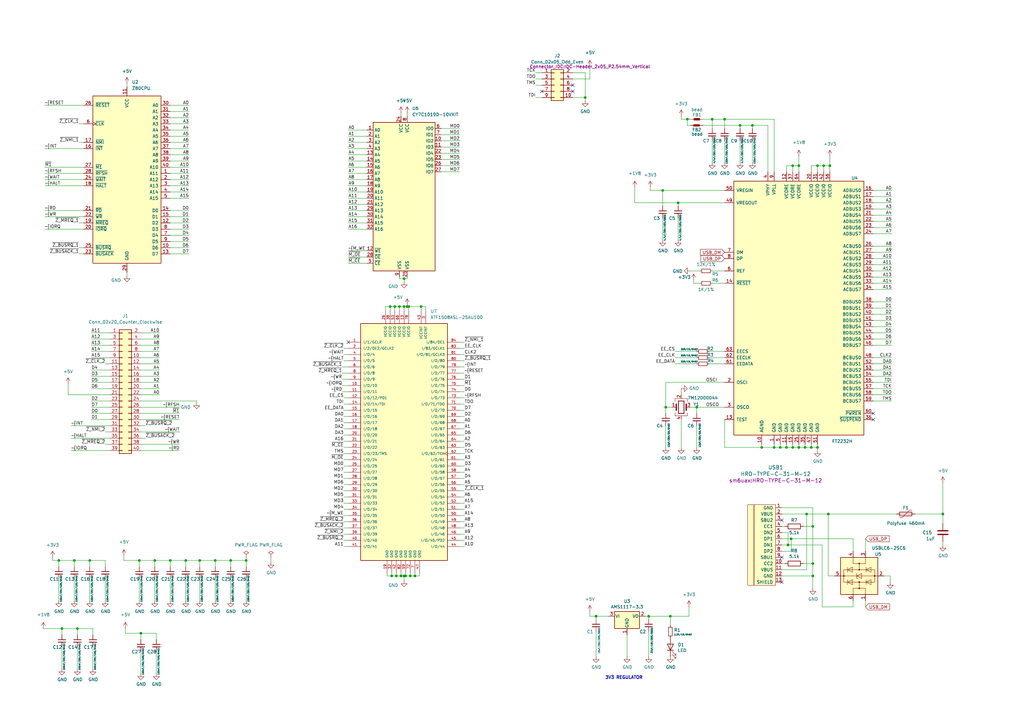
<source format=kicad_sch>
(kicad_sch (version 20211123) (generator eeschema)

  (uuid 4e6e23b6-3bf8-413a-9fba-d159d11738f7)

  (paper "A3")

  (title_block
    (title "Z80ICE")
    (date "2022-10-21")
    (rev "0.01")
  )

  


  (junction (at 340.36 67.945) (diameter 0) (color 0 0 0 0)
    (uuid 010bf7ad-cf42-4fa9-a1de-d640f094fdc2)
  )
  (junction (at 167.64 125.73) (diameter 0) (color 0 0 0 0)
    (uuid 07e27eaa-6bc0-4520-80d8-058d19961b10)
  )
  (junction (at 292.1 48.895) (diameter 0) (color 0 0 0 0)
    (uuid 0f3c5a44-b532-4c67-b708-30a461507c69)
  )
  (junction (at 76.2 229.87) (diameter 0) (color 0 0 0 0)
    (uuid 13e7342f-1a08-4b81-bc9a-2119feaa1e8a)
  )
  (junction (at 322.58 183.515) (diameter 0) (color 0 0 0 0)
    (uuid 16581902-1a46-4bbb-bab7-9214ed6529df)
  )
  (junction (at 320.04 183.515) (diameter 0) (color 0 0 0 0)
    (uuid 2016670d-5c99-476d-94fb-685a0dbea8a0)
  )
  (junction (at 24.13 229.87) (diameter 0) (color 0 0 0 0)
    (uuid 212d9545-0dae-4087-8d4a-fafe5bdf76bd)
  )
  (junction (at 244.475 252.73) (diameter 0) (color 0 0 0 0)
    (uuid 21a889b7-fd2e-4ad2-b7a1-0dd0e192e2a2)
  )
  (junction (at 69.85 229.87) (diameter 0) (color 0 0 0 0)
    (uuid 252679e5-14d0-4f20-8788-4b77b907604a)
  )
  (junction (at 31.75 257.81) (diameter 0) (color 0 0 0 0)
    (uuid 26e5620e-a69b-4ec5-820e-609153c0f718)
  )
  (junction (at 335.28 67.945) (diameter 0) (color 0 0 0 0)
    (uuid 324d8ca8-8ac2-4c7d-9a4d-9bf39fa52ad4)
  )
  (junction (at 327.66 67.945) (diameter 0) (color 0 0 0 0)
    (uuid 3577dbc6-71ca-45e4-ac75-6f44695be154)
  )
  (junction (at 278.13 83.185) (diameter 0) (color 0 0 0 0)
    (uuid 3c8e6a25-c279-4135-957c-4ebd00b00950)
  )
  (junction (at 332.74 183.515) (diameter 0) (color 0 0 0 0)
    (uuid 3e37b5eb-6439-422b-ac1c-36fbd5f4964f)
  )
  (junction (at 170.18 236.22) (diameter 0) (color 0 0 0 0)
    (uuid 3f25318c-c6c9-4464-8bf2-bbb48f244738)
  )
  (junction (at 172.72 125.73) (diameter 0) (color 0 0 0 0)
    (uuid 40f0ea81-8dbe-455a-b57d-ed82285f33c6)
  )
  (junction (at 160.02 125.73) (diameter 0) (color 0 0 0 0)
    (uuid 42fda249-78fd-48d8-b0ad-e75c65f6f4ef)
  )
  (junction (at 100.965 229.87) (diameter 0) (color 0 0 0 0)
    (uuid 4c10c064-41fb-4d2d-8ab0-6564b65b9092)
  )
  (junction (at 308.61 51.435) (diameter 0) (color 0 0 0 0)
    (uuid 4dea5252-43c8-4258-aa2c-ac3d089a8b48)
  )
  (junction (at 271.78 78.105) (diameter 0) (color 0 0 0 0)
    (uuid 4f315dba-09e4-4df4-bf54-3e4fdc104fe4)
  )
  (junction (at 88.265 229.87) (diameter 0) (color 0 0 0 0)
    (uuid 539c4411-3104-4c05-94a5-196a9a949a8f)
  )
  (junction (at 317.5 183.515) (diameter 0) (color 0 0 0 0)
    (uuid 5c00a468-8ca5-4b86-a0cc-467530cb8cf0)
  )
  (junction (at 333.375 231.14) (diameter 0) (color 0 0 0 0)
    (uuid 5d5838fe-f6a8-4294-a08c-0aca89b9a6a8)
  )
  (junction (at 165.735 236.22) (diameter 0) (color 0 0 0 0)
    (uuid 5d8c4bfe-44e0-4953-8839-d6b4c1d0317b)
  )
  (junction (at 335.28 183.515) (diameter 0) (color 0 0 0 0)
    (uuid 63c11eb5-2e28-4d5f-ad98-1b43dd473c43)
  )
  (junction (at 166.37 236.22) (diameter 0) (color 0 0 0 0)
    (uuid 660450b2-ea57-4479-a2ea-3515455122fc)
  )
  (junction (at 25.4 257.81) (diameter 0) (color 0 0 0 0)
    (uuid 7c2b9ef9-6cb5-42ab-87b5-2756d65f44ad)
  )
  (junction (at 303.53 51.435) (diameter 0) (color 0 0 0 0)
    (uuid 7e43841e-8163-4b49-82da-fa13ea6375f5)
  )
  (junction (at 333.375 215.9) (diameter 0) (color 0 0 0 0)
    (uuid 7f9068ee-ffc9-4071-bd44-ed2e8746972d)
  )
  (junction (at 386.715 210.82) (diameter 0) (color 0 0 0 0)
    (uuid 8e4849bd-320e-406b-a02d-f52f450f1f0b)
  )
  (junction (at 240.03 40.005) (diameter 0) (color 0 0 0 0)
    (uuid 8e49dca6-4543-453e-acbe-3c3a61ac4c1b)
  )
  (junction (at 274.955 252.73) (diameter 0) (color 0 0 0 0)
    (uuid 90cfa6be-e369-452e-b0f5-3da868b01976)
  )
  (junction (at 81.915 229.87) (diameter 0) (color 0 0 0 0)
    (uuid 9133a58e-09cf-4468-abb4-3af2f10d2d5d)
  )
  (junction (at 162.56 236.22) (diameter 0) (color 0 0 0 0)
    (uuid 924c1b07-3647-4420-a4b5-644e6f4d4aa8)
  )
  (junction (at 163.83 125.73) (diameter 0) (color 0 0 0 0)
    (uuid 948ea756-ac87-48be-9fc8-3f42f6d15798)
  )
  (junction (at 63.5 229.87) (diameter 0) (color 0 0 0 0)
    (uuid 962a99b5-29f0-4f16-904f-05960f1ac361)
  )
  (junction (at 164.465 236.22) (diameter 0) (color 0 0 0 0)
    (uuid 9a12b756-a7c9-4252-9ac2-7a41c3f35fdf)
  )
  (junction (at 508 139.065) (diameter 0) (color 0 0 0 0)
    (uuid 9bfcf0a2-1aaf-43c6-95d8-1262e8d4c7cf)
  )
  (junction (at 160.655 236.22) (diameter 0) (color 0 0 0 0)
    (uuid 9dc0a5f2-bea1-49e2-b1a8-0bcaf4e62e7b)
  )
  (junction (at 333.375 236.22) (diameter 0) (color 0 0 0 0)
    (uuid 9ddc8518-52b4-4740-b67d-90e11e3cd350)
  )
  (junction (at 94.615 229.87) (diameter 0) (color 0 0 0 0)
    (uuid 9e02e628-188f-460c-9963-f5ff075012e8)
  )
  (junction (at 273.05 167.005) (diameter 0) (color 0 0 0 0)
    (uuid a160d663-fb36-49e0-aeae-66bac6c1f558)
  )
  (junction (at 330.2 183.515) (diameter 0) (color 0 0 0 0)
    (uuid a16365f6-69df-4557-96f2-e00fdc2b8722)
  )
  (junction (at 30.48 229.87) (diameter 0) (color 0 0 0 0)
    (uuid a5e8c9c4-3841-4c6c-9916-736001a0a110)
  )
  (junction (at 161.925 125.73) (diameter 0) (color 0 0 0 0)
    (uuid a5f3d6f1-7afe-4e6e-b1d7-3cc62cc6ad01)
  )
  (junction (at 266.065 252.73) (diameter 0) (color 0 0 0 0)
    (uuid aa8f3c0c-d034-4463-b24c-dbf3965802ad)
  )
  (junction (at 168.275 236.22) (diameter 0) (color 0 0 0 0)
    (uuid b7c48211-d70b-4ff8-b04e-a6d330dcb32c)
  )
  (junction (at 281.94 48.895) (diameter 0) (color 0 0 0 0)
    (uuid cc95ebbe-b0d7-4f32-bb9d-0650f6c297cc)
  )
  (junction (at 325.12 67.945) (diameter 0) (color 0 0 0 0)
    (uuid d08827cd-f558-46ff-b12d-11613e58689b)
  )
  (junction (at 297.18 48.895) (diameter 0) (color 0 0 0 0)
    (uuid d2902f8b-80bd-434c-be18-da4823946f29)
  )
  (junction (at 57.15 229.87) (diameter 0) (color 0 0 0 0)
    (uuid d6c74a2d-20ad-411f-815e-85eec7195ae9)
  )
  (junction (at 327.66 183.515) (diameter 0) (color 0 0 0 0)
    (uuid e5875461-8a12-431d-99e0-036034545569)
  )
  (junction (at 330.835 210.82) (diameter 0) (color 0 0 0 0)
    (uuid e5b730d2-b9c5-4a3c-847e-091c2b51370d)
  )
  (junction (at 285.75 167.005) (diameter 0) (color 0 0 0 0)
    (uuid e74b1e3d-1ffb-4425-9af3-d5561c3c5eaf)
  )
  (junction (at 165.735 125.73) (diameter 0) (color 0 0 0 0)
    (uuid ea92fd5f-3c96-4f08-91fe-6988dae2cef1)
  )
  (junction (at 325.12 183.515) (diameter 0) (color 0 0 0 0)
    (uuid ebfd523c-bc56-4147-83c2-755d0bdd60bc)
  )
  (junction (at 337.82 67.945) (diameter 0) (color 0 0 0 0)
    (uuid f0273c62-017b-4719-b79c-a6eeed9777f1)
  )
  (junction (at 323.215 223.52) (diameter 0) (color 0 0 0 0)
    (uuid f12a92a8-61cb-47ba-b271-126e3c2d59bd)
  )
  (junction (at 324.485 220.98) (diameter 0) (color 0 0 0 0)
    (uuid f20f7628-874f-41de-8575-b8d8cf12ed5f)
  )
  (junction (at 36.83 229.87) (diameter 0) (color 0 0 0 0)
    (uuid f5f7ef1a-2272-4b3b-b73a-0293eda1a623)
  )
  (junction (at 339.725 210.82) (diameter 0) (color 0 0 0 0)
    (uuid f695ee6f-ad95-41ee-b7a9-d1aa22d07b53)
  )
  (junction (at 312.42 183.515) (diameter 0) (color 0 0 0 0)
    (uuid f7eab157-d5e7-4311-943c-775f62249980)
  )
  (junction (at 167.005 125.73) (diameter 0) (color 0 0 0 0)
    (uuid f95e03e7-eee6-4242-ab5f-5e5b3443acf8)
  )
  (junction (at 57.785 259.715) (diameter 0) (color 0 0 0 0)
    (uuid fb46c072-06f6-44a8-bbdb-c294609f66fd)
  )
  (junction (at 165.735 114.3) (diameter 0) (color 0 0 0 0)
    (uuid fe1138c7-fc2b-4595-89ac-8ce0ba6ec17f)
  )

  (no_connect (at 358.14 172.085) (uuid 1c9d77a9-cefc-47c5-90a3-beb708599e0e))
  (no_connect (at 320.675 213.36) (uuid 4f157f5f-75eb-4aa2-a623-196732046d89))
  (no_connect (at 222.25 37.465) (uuid 86707346-9001-4f9a-808b-fd58809bcf01))
  (no_connect (at 358.14 169.545) (uuid b9d749b5-7a27-4f36-85e2-9281df8fe4f8))
  (no_connect (at 320.675 228.6) (uuid c164d5a4-eb71-4b08-87f5-65d5dee1c1c8))
  (no_connect (at 234.95 34.925) (uuid cb2d8572-eb44-41ad-9ad9-3a42bedb67df))
  (no_connect (at 320.675 238.76) (uuid ceee6ddc-e0dc-42a1-99b2-2b1bba47a722))
  (no_connect (at 142.875 140.335) (uuid e8e424d1-4ca1-4394-bc5c-49bf31d404ae))
  (no_connect (at 234.95 37.465) (uuid fd80bedc-227b-403b-bb7b-516b3bd17b2d))

  (wire (pts (xy 188.595 147.955) (xy 190.5 147.955))
    (stroke (width 0) (type default) (color 0 0 0 0))
    (uuid 001130ea-9250-42d8-ac1c-ab0b0fc427a2)
  )
  (wire (pts (xy 358.14 108.585) (xy 365.76 108.585))
    (stroke (width 0) (type default) (color 0 0 0 0))
    (uuid 022d8681-3c0a-4dc7-9434-e65534a86a56)
  )
  (wire (pts (xy 69.85 48.26) (xy 77.47 48.26))
    (stroke (width 0) (type default) (color 0 0 0 0))
    (uuid 02af41c4-3af3-443f-b5af-4ca1b1d04119)
  )
  (wire (pts (xy 165.735 236.22) (xy 165.735 238.125))
    (stroke (width 0) (type default) (color 0 0 0 0))
    (uuid 03260b11-7e6e-40e2-981f-266b1fad87a1)
  )
  (wire (pts (xy 297.18 78.105) (xy 271.78 78.105))
    (stroke (width 0) (type default) (color 0 0 0 0))
    (uuid 042bb877-013a-404c-b6ec-b7361f33064d)
  )
  (wire (pts (xy 69.85 93.98) (xy 77.47 93.98))
    (stroke (width 0) (type default) (color 0 0 0 0))
    (uuid 0449723b-944d-437c-81c8-9a2199e7e37b)
  )
  (wire (pts (xy 266.065 259.08) (xy 266.065 269.24))
    (stroke (width 0) (type default) (color 0 0 0 0))
    (uuid 04fa2ec2-6dde-4fad-a50b-e4dc82ca5735)
  )
  (wire (pts (xy 297.18 57.785) (xy 297.18 66.675))
    (stroke (width 0) (type default) (color 0 0 0 0))
    (uuid 04fd1ca2-40a4-4698-9bce-71a30c6207eb)
  )
  (wire (pts (xy 158.75 234.95) (xy 158.75 236.22))
    (stroke (width 0) (type default) (color 0 0 0 0))
    (uuid 0530cfa3-62ac-40f8-b2df-bfb5620f59c9)
  )
  (wire (pts (xy 274.955 252.73) (xy 282.575 252.73))
    (stroke (width 0) (type default) (color 0 0 0 0))
    (uuid 076f4da4-8094-4118-85cc-4f645160adc5)
  )
  (wire (pts (xy 69.85 73.66) (xy 77.47 73.66))
    (stroke (width 0) (type default) (color 0 0 0 0))
    (uuid 07b908db-0877-4da5-8753-0829d740a08f)
  )
  (wire (pts (xy 292.1 48.895) (xy 288.29 48.895))
    (stroke (width 0) (type default) (color 0 0 0 0))
    (uuid 07ce76b8-7a1f-4fa7-a9a0-054af67ef67d)
  )
  (wire (pts (xy 188.595 216.535) (xy 190.5 216.535))
    (stroke (width 0) (type default) (color 0 0 0 0))
    (uuid 07d0cf68-2b1a-4ad0-b081-2730186ab6ab)
  )
  (wire (pts (xy 188.595 191.135) (xy 190.5 191.135))
    (stroke (width 0) (type default) (color 0 0 0 0))
    (uuid 07e23f0a-90d2-4d22-82df-656393885f67)
  )
  (wire (pts (xy 358.14 100.965) (xy 365.76 100.965))
    (stroke (width 0) (type default) (color 0 0 0 0))
    (uuid 07ed3029-08d7-494a-a7c2-bd3cfa010765)
  )
  (wire (pts (xy 188.595 224.155) (xy 190.5 224.155))
    (stroke (width 0) (type default) (color 0 0 0 0))
    (uuid 0818ac66-cb3c-4860-97d0-4e2355f12e44)
  )
  (wire (pts (xy 158.75 236.22) (xy 160.655 236.22))
    (stroke (width 0) (type default) (color 0 0 0 0))
    (uuid 0936f72a-4d9d-4f2b-b65c-3359b15a7f44)
  )
  (wire (pts (xy 140.97 163.195) (xy 142.875 163.195))
    (stroke (width 0) (type default) (color 0 0 0 0))
    (uuid 09b9314a-e9c6-48a6-8775-9bb8610ad036)
  )
  (wire (pts (xy 276.86 144.145) (xy 285.75 144.145))
    (stroke (width 0) (type default) (color 0 0 0 0))
    (uuid 09c5c313-de0f-44bd-ad89-a71f3af5538b)
  )
  (wire (pts (xy 18.415 93.98) (xy 34.29 93.98))
    (stroke (width 0) (type default) (color 0 0 0 0))
    (uuid 0a56d2b0-168e-44e7-92b6-61edf2f5382a)
  )
  (wire (pts (xy 69.85 78.74) (xy 77.47 78.74))
    (stroke (width 0) (type default) (color 0 0 0 0))
    (uuid 0aa35e20-d193-4635-9382-ec71ec69a61e)
  )
  (wire (pts (xy 150.495 81.28) (xy 142.875 81.28))
    (stroke (width 0) (type default) (color 0 0 0 0))
    (uuid 0b06d8da-af38-40be-944d-a4a6523a51bb)
  )
  (wire (pts (xy 386.715 222.25) (xy 386.715 223.52))
    (stroke (width 0) (type default) (color 0 0 0 0))
    (uuid 0b6fca9c-43c9-4374-bd7d-e3b63c04ad08)
  )
  (wire (pts (xy 57.785 267.335) (xy 57.785 276.225))
    (stroke (width 0) (type default) (color 0 0 0 0))
    (uuid 0b7ba280-3b38-4737-b502-fb21fdd80426)
  )
  (wire (pts (xy 292.1 52.705) (xy 292.1 48.895))
    (stroke (width 0) (type default) (color 0 0 0 0))
    (uuid 0c33e0b4-4e5d-4263-99f5-4f5e65a6f5c7)
  )
  (wire (pts (xy 354.965 248.92) (xy 354.965 246.38))
    (stroke (width 0) (type default) (color 0 0 0 0))
    (uuid 0c8919ea-7087-43af-b282-e007198172b3)
  )
  (wire (pts (xy 167.005 125.73) (xy 167.005 125.095))
    (stroke (width 0) (type default) (color 0 0 0 0))
    (uuid 0cf0eb54-d0a0-47fe-9cce-d1a408815a34)
  )
  (wire (pts (xy 244.475 254) (xy 244.475 252.73))
    (stroke (width 0) (type default) (color 0 0 0 0))
    (uuid 0d733be0-476a-4a82-98c9-df0fbdf81872)
  )
  (wire (pts (xy 36.83 229.87) (xy 43.18 229.87))
    (stroke (width 0) (type default) (color 0 0 0 0))
    (uuid 0da286c8-022f-4230-967a-1f2da8e23c2b)
  )
  (wire (pts (xy 358.14 116.205) (xy 365.76 116.205))
    (stroke (width 0) (type default) (color 0 0 0 0))
    (uuid 0de29e6d-59dc-4199-9e2b-b82af7d10069)
  )
  (wire (pts (xy 150.495 55.88) (xy 142.875 55.88))
    (stroke (width 0) (type default) (color 0 0 0 0))
    (uuid 0e3c7407-18cd-4b7f-aebe-df4457bf860d)
  )
  (wire (pts (xy 167.005 125.73) (xy 167.64 125.73))
    (stroke (width 0) (type default) (color 0 0 0 0))
    (uuid 0e9e534e-1a0b-4210-a9ed-b501d8f6b1bd)
  )
  (wire (pts (xy 167.005 114.3) (xy 167.005 113.665))
    (stroke (width 0) (type default) (color 0 0 0 0))
    (uuid 0ed90e55-1f5d-421b-973a-d051bc60e3b4)
  )
  (wire (pts (xy 188.595 208.915) (xy 190.5 208.915))
    (stroke (width 0) (type default) (color 0 0 0 0))
    (uuid 0ee9404e-7bdd-4c13-bea7-daece604ef8c)
  )
  (wire (pts (xy 180.975 57.785) (xy 188.595 57.785))
    (stroke (width 0) (type default) (color 0 0 0 0))
    (uuid 0fd864d8-663d-4ba5-b6a8-e6bc894b0e06)
  )
  (wire (pts (xy 31.75 257.81) (xy 25.4 257.81))
    (stroke (width 0) (type default) (color 0 0 0 0))
    (uuid 1084caa1-94a5-45c0-9692-e54b404595ba)
  )
  (wire (pts (xy 69.85 86.36) (xy 77.47 86.36))
    (stroke (width 0) (type default) (color 0 0 0 0))
    (uuid 113965a9-71b5-4249-876f-5a936aed42ef)
  )
  (wire (pts (xy 140.97 224.155) (xy 142.875 224.155))
    (stroke (width 0) (type default) (color 0 0 0 0))
    (uuid 1223a349-9001-4b8a-b697-80bb04784418)
  )
  (wire (pts (xy 358.14 149.225) (xy 365.76 149.225))
    (stroke (width 0) (type default) (color 0 0 0 0))
    (uuid 14282609-5356-4d25-887c-e0cfb4bdec86)
  )
  (wire (pts (xy 219.71 29.845) (xy 222.25 29.845))
    (stroke (width 0) (type default) (color 0 0 0 0))
    (uuid 150b04b2-4fb5-4869-86fb-170e149a34b6)
  )
  (wire (pts (xy 150.495 66.04) (xy 142.875 66.04))
    (stroke (width 0) (type default) (color 0 0 0 0))
    (uuid 15aa23af-090b-44ab-b54f-313de2771801)
  )
  (wire (pts (xy 31.75 265.43) (xy 31.75 274.32))
    (stroke (width 0) (type default) (color 0 0 0 0))
    (uuid 15cb9746-c380-4c39-88f2-b1c473c56355)
  )
  (wire (pts (xy 292.1 111.125) (xy 297.18 111.125))
    (stroke (width 0) (type default) (color 0 0 0 0))
    (uuid 1630d5c9-f2f3-481a-8649-74f4c93b95c5)
  )
  (wire (pts (xy 290.83 146.685) (xy 297.18 146.685))
    (stroke (width 0) (type default) (color 0 0 0 0))
    (uuid 16ad8640-e24a-45eb-9660-87db62d2fcfa)
  )
  (wire (pts (xy 50.8 227.965) (xy 50.8 229.87))
    (stroke (width 0) (type default) (color 0 0 0 0))
    (uuid 16cf12db-5caa-478d-bd0d-dcdfddb0387a)
  )
  (wire (pts (xy 76.2 229.87) (xy 81.915 229.87))
    (stroke (width 0) (type default) (color 0 0 0 0))
    (uuid 16d140c5-972e-4714-a06c-4e266f3a7547)
  )
  (wire (pts (xy 81.915 229.87) (xy 88.265 229.87))
    (stroke (width 0) (type default) (color 0 0 0 0))
    (uuid 17609616-783f-489b-adac-bfb3680d598a)
  )
  (wire (pts (xy 88.265 237.49) (xy 88.265 246.38))
    (stroke (width 0) (type default) (color 0 0 0 0))
    (uuid 1a7796a5-94f9-4614-8ddd-a02d5c01fafe)
  )
  (wire (pts (xy 325.12 183.515) (xy 322.58 183.515))
    (stroke (width 0) (type default) (color 0 0 0 0))
    (uuid 1b770034-344d-43fb-a588-15b1852816b2)
  )
  (wire (pts (xy 57.785 156.845) (xy 65.405 156.845))
    (stroke (width 0) (type default) (color 0 0 0 0))
    (uuid 1ba83c43-ce1c-4709-ba72-365d6631fb05)
  )
  (wire (pts (xy 188.595 203.835) (xy 190.5 203.835))
    (stroke (width 0) (type default) (color 0 0 0 0))
    (uuid 1d581cee-86e6-4dc2-b171-d9571e82096c)
  )
  (wire (pts (xy 18.415 68.58) (xy 34.29 68.58))
    (stroke (width 0) (type default) (color 0 0 0 0))
    (uuid 1da3d606-14c9-441f-b029-47c82060dae1)
  )
  (wire (pts (xy 333.375 236.22) (xy 333.375 241.3))
    (stroke (width 0) (type default) (color 0 0 0 0))
    (uuid 1e25ea82-4629-4aab-9099-ad801dbeb53c)
  )
  (wire (pts (xy 279.4 172.085) (xy 279.4 183.515))
    (stroke (width 0) (type default) (color 0 0 0 0))
    (uuid 1e55f8b4-41a4-49dd-a618-9c7ec23d76f3)
  )
  (wire (pts (xy 308.61 57.785) (xy 308.61 66.675))
    (stroke (width 0) (type default) (color 0 0 0 0))
    (uuid 1e5f3f38-abbd-4985-8f7b-4ffed42b5c1f)
  )
  (wire (pts (xy 73.66 184.785) (xy 57.785 184.785))
    (stroke (width 0) (type default) (color 0 0 0 0))
    (uuid 1e80fb1d-9160-4fbc-8da8-90f9e27431ae)
  )
  (wire (pts (xy 140.335 155.575) (xy 142.875 155.575))
    (stroke (width 0) (type default) (color 0 0 0 0))
    (uuid 1ee60ff3-5c81-400f-a428-b001a36f76a6)
  )
  (wire (pts (xy 150.495 91.44) (xy 142.875 91.44))
    (stroke (width 0) (type default) (color 0 0 0 0))
    (uuid 202245dd-846b-4035-9efa-a1e14726196f)
  )
  (wire (pts (xy 325.12 67.945) (xy 327.66 67.945))
    (stroke (width 0) (type default) (color 0 0 0 0))
    (uuid 204be471-b9be-477d-9424-276776588f26)
  )
  (wire (pts (xy 273.05 156.845) (xy 297.18 156.845))
    (stroke (width 0) (type default) (color 0 0 0 0))
    (uuid 2122ffaf-4711-4399-bf80-1992b2ddeadb)
  )
  (wire (pts (xy 188.595 201.295) (xy 190.5 201.295))
    (stroke (width 0) (type default) (color 0 0 0 0))
    (uuid 21339b3e-7c30-49e8-91fe-53468888f5e0)
  )
  (wire (pts (xy 18.415 86.36) (xy 34.29 86.36))
    (stroke (width 0) (type default) (color 0 0 0 0))
    (uuid 22476ba2-caf0-4796-9263-56c88b828a4d)
  )
  (wire (pts (xy 508 142.875) (xy 508 139.065))
    (stroke (width 0) (type default) (color 0 0 0 0))
    (uuid 23397b4f-f6d8-4ddd-8de2-bb880870603a)
  )
  (wire (pts (xy 358.14 131.445) (xy 365.76 131.445))
    (stroke (width 0) (type default) (color 0 0 0 0))
    (uuid 24cd967b-5ff8-45ce-8ea1-0111a1190a8d)
  )
  (wire (pts (xy 69.85 229.87) (xy 76.2 229.87))
    (stroke (width 0) (type default) (color 0 0 0 0))
    (uuid 253786c3-f4f4-4008-bb50-032921211bc6)
  )
  (wire (pts (xy 150.495 88.9) (xy 142.875 88.9))
    (stroke (width 0) (type default) (color 0 0 0 0))
    (uuid 254e68a6-fa31-4a5b-a0f1-10cb0fdf2358)
  )
  (wire (pts (xy 150.495 68.58) (xy 142.875 68.58))
    (stroke (width 0) (type default) (color 0 0 0 0))
    (uuid 26b534c9-6603-4792-a956-a6cf47c77945)
  )
  (wire (pts (xy 188.595 165.735) (xy 190.5 165.735))
    (stroke (width 0) (type default) (color 0 0 0 0))
    (uuid 288bf246-a5a3-4485-afba-1db594e5f613)
  )
  (wire (pts (xy 257.175 260.35) (xy 257.175 269.24))
    (stroke (width 0) (type default) (color 0 0 0 0))
    (uuid 29f1e8ff-c4f3-4ac1-b96e-385ad3c3ecc4)
  )
  (wire (pts (xy 17.78 257.81) (xy 25.4 257.81))
    (stroke (width 0) (type default) (color 0 0 0 0))
    (uuid 2a0ecdd0-6a83-4aa9-9045-6ca2502f851f)
  )
  (wire (pts (xy 241.935 250.825) (xy 241.935 252.73))
    (stroke (width 0) (type default) (color 0 0 0 0))
    (uuid 2afdba6a-2b67-4268-915e-22aa411eda16)
  )
  (wire (pts (xy 271.78 78.105) (xy 271.78 84.455))
    (stroke (width 0) (type default) (color 0 0 0 0))
    (uuid 2b4dc6b4-0249-4cfb-95e1-1c1fb85a1b63)
  )
  (wire (pts (xy 335.28 182.245) (xy 335.28 183.515))
    (stroke (width 0) (type default) (color 0 0 0 0))
    (uuid 2bc81b59-1a3f-40f6-b982-f2a4bcae19c6)
  )
  (wire (pts (xy 386.715 198.12) (xy 386.715 210.82))
    (stroke (width 0) (type default) (color 0 0 0 0))
    (uuid 2bf2419d-6b6c-40c3-993b-35b7ad33021f)
  )
  (wire (pts (xy 303.53 57.785) (xy 303.53 66.675))
    (stroke (width 0) (type default) (color 0 0 0 0))
    (uuid 2c0cb760-8286-40fb-8d8b-6574af49345b)
  )
  (wire (pts (xy 340.36 64.135) (xy 340.36 67.945))
    (stroke (width 0) (type default) (color 0 0 0 0))
    (uuid 2c71f755-da33-467d-8b2e-e370342adbf6)
  )
  (wire (pts (xy 158.115 127.635) (xy 158.115 125.73))
    (stroke (width 0) (type default) (color 0 0 0 0))
    (uuid 2d393559-2007-444c-af00-24548c7f0169)
  )
  (wire (pts (xy 100.965 228.6) (xy 100.965 229.87))
    (stroke (width 0) (type default) (color 0 0 0 0))
    (uuid 2e128bf0-da62-484a-8380-029dfcb4209a)
  )
  (wire (pts (xy 358.14 161.925) (xy 365.76 161.925))
    (stroke (width 0) (type default) (color 0 0 0 0))
    (uuid 2e22b77a-51fd-4323-a364-df814872692c)
  )
  (wire (pts (xy 57.785 146.685) (xy 65.405 146.685))
    (stroke (width 0) (type default) (color 0 0 0 0))
    (uuid 2fc5d3b6-feb6-4492-adbc-309e403fe980)
  )
  (wire (pts (xy 140.97 188.595) (xy 142.875 188.595))
    (stroke (width 0) (type default) (color 0 0 0 0))
    (uuid 2fe39c3a-7a82-4551-be38-65afd25ae712)
  )
  (wire (pts (xy 188.595 219.075) (xy 190.5 219.075))
    (stroke (width 0) (type default) (color 0 0 0 0))
    (uuid 309123d2-8a82-4bab-aea7-bcedb002e59a)
  )
  (wire (pts (xy 325.12 70.485) (xy 325.12 67.945))
    (stroke (width 0) (type default) (color 0 0 0 0))
    (uuid 309c7451-b1d3-48f3-bd68-c90583ef710c)
  )
  (wire (pts (xy 332.74 183.515) (xy 330.2 183.515))
    (stroke (width 0) (type default) (color 0 0 0 0))
    (uuid 31b2cccf-31fa-459a-b0c2-3679f48236a0)
  )
  (wire (pts (xy 164.465 234.95) (xy 164.465 236.22))
    (stroke (width 0) (type default) (color 0 0 0 0))
    (uuid 31c542f5-6640-43d6-8f93-5d69a0f510bc)
  )
  (wire (pts (xy 140.97 213.995) (xy 142.875 213.995))
    (stroke (width 0) (type default) (color 0 0 0 0))
    (uuid 323381dd-c5d3-48f8-8e19-7bde503f7dba)
  )
  (wire (pts (xy 45.085 167.005) (xy 37.465 167.005))
    (stroke (width 0) (type default) (color 0 0 0 0))
    (uuid 32e81b2c-ad8a-434b-8813-9f8c6eb722df)
  )
  (wire (pts (xy 188.595 180.975) (xy 190.5 180.975))
    (stroke (width 0) (type default) (color 0 0 0 0))
    (uuid 347de2d4-f87b-4c87-8f9c-9ebde3168a59)
  )
  (wire (pts (xy 317.5 182.245) (xy 317.5 183.515))
    (stroke (width 0) (type default) (color 0 0 0 0))
    (uuid 3496886c-9420-4660-99de-ea248fea3347)
  )
  (wire (pts (xy 69.85 237.49) (xy 69.85 246.38))
    (stroke (width 0) (type default) (color 0 0 0 0))
    (uuid 35aa0fee-eb47-4b6d-8874-b3a9b26e9547)
  )
  (wire (pts (xy 320.675 210.82) (xy 330.835 210.82))
    (stroke (width 0) (type default) (color 0 0 0 0))
    (uuid 36d92fc8-4bcb-4e0e-8c2d-65f66d2fffc7)
  )
  (wire (pts (xy 158.115 125.73) (xy 160.02 125.73))
    (stroke (width 0) (type default) (color 0 0 0 0))
    (uuid 378aec69-bcb0-460e-b528-48490c9e3aaf)
  )
  (wire (pts (xy 322.58 182.245) (xy 322.58 183.515))
    (stroke (width 0) (type default) (color 0 0 0 0))
    (uuid 39304cb5-dc30-4d13-98d3-b1aefd894b89)
  )
  (wire (pts (xy 36.83 232.41) (xy 36.83 229.87))
    (stroke (width 0) (type default) (color 0 0 0 0))
    (uuid 39341948-87dd-47dd-a735-473afa7b9006)
  )
  (wire (pts (xy 358.14 154.305) (xy 365.76 154.305))
    (stroke (width 0) (type default) (color 0 0 0 0))
    (uuid 39e30b21-1109-4447-8fb9-192e3bcbf11b)
  )
  (wire (pts (xy 25.4 257.81) (xy 25.4 260.35))
    (stroke (width 0) (type default) (color 0 0 0 0))
    (uuid 3a64b0bd-6adc-44d5-ac5f-a6ba08a6449d)
  )
  (wire (pts (xy 234.95 32.385) (xy 241.935 32.385))
    (stroke (width 0) (type default) (color 0 0 0 0))
    (uuid 3ab3268d-5d2c-45b8-b062-8c3fc3285ef0)
  )
  (wire (pts (xy 320.04 183.515) (xy 317.5 183.515))
    (stroke (width 0) (type default) (color 0 0 0 0))
    (uuid 3b4e315c-af5f-4b37-898a-74f95fe669ca)
  )
  (wire (pts (xy 150.495 76.2) (xy 142.875 76.2))
    (stroke (width 0) (type default) (color 0 0 0 0))
    (uuid 3bbb89e5-5fb0-4634-b39c-a59b8acde12c)
  )
  (wire (pts (xy 188.595 206.375) (xy 190.5 206.375))
    (stroke (width 0) (type default) (color 0 0 0 0))
    (uuid 3c9e1fed-8cbb-4371-bf9d-dc7b41149408)
  )
  (wire (pts (xy 327.66 67.945) (xy 327.66 64.135))
    (stroke (width 0) (type default) (color 0 0 0 0))
    (uuid 3ce5e201-3e89-4189-8b64-53aef0874387)
  )
  (wire (pts (xy 24.13 232.41) (xy 24.13 229.87))
    (stroke (width 0) (type default) (color 0 0 0 0))
    (uuid 3d248af1-eb9c-49a0-99f5-5edfb87479e2)
  )
  (wire (pts (xy 57.785 141.605) (xy 65.405 141.605))
    (stroke (width 0) (type default) (color 0 0 0 0))
    (uuid 3d2d437b-a3c1-4c11-9645-030e91c33f24)
  )
  (wire (pts (xy 358.14 95.885) (xy 365.76 95.885))
    (stroke (width 0) (type default) (color 0 0 0 0))
    (uuid 40e2330c-bbf5-49c4-9344-5b74d92fc5a8)
  )
  (wire (pts (xy 188.595 175.895) (xy 190.5 175.895))
    (stroke (width 0) (type default) (color 0 0 0 0))
    (uuid 40e7f891-91cf-4032-9b5d-83af510da5f1)
  )
  (wire (pts (xy 160.655 234.95) (xy 160.655 236.22))
    (stroke (width 0) (type default) (color 0 0 0 0))
    (uuid 41a5819c-b449-4ba0-94b4-8e17b6b02b46)
  )
  (wire (pts (xy 167.64 125.73) (xy 167.64 127.635))
    (stroke (width 0) (type default) (color 0 0 0 0))
    (uuid 43ea99c8-e978-45de-81ed-f6558a0df871)
  )
  (wire (pts (xy 18.415 88.9) (xy 34.29 88.9))
    (stroke (width 0) (type default) (color 0 0 0 0))
    (uuid 44663391-cf44-473e-90b7-e64ea758b290)
  )
  (wire (pts (xy 317.5 183.515) (xy 312.42 183.515))
    (stroke (width 0) (type default) (color 0 0 0 0))
    (uuid 448aafce-3135-4272-8966-f1c9d0068471)
  )
  (wire (pts (xy 29.21 179.705) (xy 45.085 179.705))
    (stroke (width 0) (type default) (color 0 0 0 0))
    (uuid 44be440a-3388-425e-988a-9accd41f4b2d)
  )
  (wire (pts (xy 281.94 51.435) (xy 281.94 48.895))
    (stroke (width 0) (type default) (color 0 0 0 0))
    (uuid 45b63c0e-fcc1-4cbd-82ca-a01f1d9fb411)
  )
  (wire (pts (xy 172.72 125.73) (xy 172.72 127.635))
    (stroke (width 0) (type default) (color 0 0 0 0))
    (uuid 45eac1e2-dd4d-4dba-8b53-72abac61c401)
  )
  (wire (pts (xy 140.97 180.975) (xy 142.875 180.975))
    (stroke (width 0) (type default) (color 0 0 0 0))
    (uuid 46125fdd-d39a-4a25-8e68-ca7c164836ce)
  )
  (wire (pts (xy 244.475 259.08) (xy 244.475 269.24))
    (stroke (width 0) (type default) (color 0 0 0 0))
    (uuid 4657539d-c5aa-4589-bf41-dfb789786fa8)
  )
  (wire (pts (xy 162.56 236.22) (xy 164.465 236.22))
    (stroke (width 0) (type default) (color 0 0 0 0))
    (uuid 466fab38-48dc-422b-bad7-7602d0828eee)
  )
  (wire (pts (xy 188.595 170.815) (xy 190.5 170.815))
    (stroke (width 0) (type default) (color 0 0 0 0))
    (uuid 468ae5e0-c8e3-431e-944c-e8c28a3ec4df)
  )
  (wire (pts (xy 45.085 144.145) (xy 37.465 144.145))
    (stroke (width 0) (type default) (color 0 0 0 0))
    (uuid 46a20695-d45d-45b5-88be-68553dba1aff)
  )
  (wire (pts (xy 320.675 226.06) (xy 324.485 226.06))
    (stroke (width 0) (type default) (color 0 0 0 0))
    (uuid 475ffc36-e4b1-4c98-b947-096aa5289533)
  )
  (wire (pts (xy 358.14 141.605) (xy 365.76 141.605))
    (stroke (width 0) (type default) (color 0 0 0 0))
    (uuid 4773a689-b7d4-4fcc-b645-b4ca632229e2)
  )
  (wire (pts (xy 140.335 160.655) (xy 142.875 160.655))
    (stroke (width 0) (type default) (color 0 0 0 0))
    (uuid 47e03e09-5e8c-4c74-ad81-341cc1fee614)
  )
  (wire (pts (xy 25.4 265.43) (xy 25.4 274.32))
    (stroke (width 0) (type default) (color 0 0 0 0))
    (uuid 48384f99-5662-45fc-8117-01cd621499c5)
  )
  (wire (pts (xy 504.19 142.875) (xy 508 142.875))
    (stroke (width 0) (type default) (color 0 0 0 0))
    (uuid 487d5b45-b7b0-46e3-89ec-bcbffcd1f02b)
  )
  (wire (pts (xy 358.14 146.685) (xy 365.76 146.685))
    (stroke (width 0) (type default) (color 0 0 0 0))
    (uuid 49201d95-fc01-41cd-a100-023db20a69f1)
  )
  (wire (pts (xy 30.48 237.49) (xy 30.48 246.38))
    (stroke (width 0) (type default) (color 0 0 0 0))
    (uuid 497f2953-3754-4427-ba49-55488e4d8fbe)
  )
  (wire (pts (xy 180.975 52.705) (xy 188.595 52.705))
    (stroke (width 0) (type default) (color 0 0 0 0))
    (uuid 4a25788d-aaf5-461b-82a3-cf3b54a3316b)
  )
  (wire (pts (xy 275.59 167.005) (xy 273.05 167.005))
    (stroke (width 0) (type default) (color 0 0 0 0))
    (uuid 4a6f8e05-7b90-4438-8d3a-524f9f6d9120)
  )
  (wire (pts (xy 358.14 93.345) (xy 365.76 93.345))
    (stroke (width 0) (type default) (color 0 0 0 0))
    (uuid 4a76b100-980a-41e9-96fe-5501c05c05cd)
  )
  (wire (pts (xy 327.66 183.515) (xy 325.12 183.515))
    (stroke (width 0) (type default) (color 0 0 0 0))
    (uuid 4a94d001-3f02-457f-93fe-0cecc425b872)
  )
  (wire (pts (xy 332.74 182.245) (xy 332.74 183.515))
    (stroke (width 0) (type default) (color 0 0 0 0))
    (uuid 4b552dfa-8dd2-48be-85b0-5f50b8bc3877)
  )
  (wire (pts (xy 266.7 78.105) (xy 271.78 78.105))
    (stroke (width 0) (type default) (color 0 0 0 0))
    (uuid 4b89ff78-0916-47f6-8999-b6b0fabe1255)
  )
  (wire (pts (xy 278.13 83.185) (xy 278.13 84.455))
    (stroke (width 0) (type default) (color 0 0 0 0))
    (uuid 4ba1b934-814a-405e-852c-9870ae4cbadd)
  )
  (wire (pts (xy 57.785 164.465) (xy 80.645 164.465))
    (stroke (width 0) (type default) (color 0 0 0 0))
    (uuid 4c0185d5-c5fc-4d85-b350-412333ba87df)
  )
  (wire (pts (xy 69.85 88.9) (xy 77.47 88.9))
    (stroke (width 0) (type default) (color 0 0 0 0))
    (uuid 4ca56063-ceb1-4ad3-9640-550f80f3fc1b)
  )
  (wire (pts (xy 271.78 89.535) (xy 271.78 98.425))
    (stroke (width 0) (type default) (color 0 0 0 0))
    (uuid 4d7b8309-e981-4f2d-9995-3174ff8bf4f1)
  )
  (wire (pts (xy 188.595 173.355) (xy 190.5 173.355))
    (stroke (width 0) (type default) (color 0 0 0 0))
    (uuid 4d88df0a-514c-497f-831f-1b2d4487d061)
  )
  (wire (pts (xy 490.22 139.065) (xy 491.49 139.065))
    (stroke (width 0) (type default) (color 0 0 0 0))
    (uuid 4e1a5c9c-61e1-4358-962d-3c64e15c0e1d)
  )
  (wire (pts (xy 327.66 182.245) (xy 327.66 183.515))
    (stroke (width 0) (type default) (color 0 0 0 0))
    (uuid 4eb7f9f2-22a0-44eb-8226-2aa95c332007)
  )
  (wire (pts (xy 32.385 50.8) (xy 34.29 50.8))
    (stroke (width 0) (type default) (color 0 0 0 0))
    (uuid 4f232855-b6ad-4765-87e7-59f74bec3f06)
  )
  (wire (pts (xy 358.14 85.725) (xy 365.76 85.725))
    (stroke (width 0) (type default) (color 0 0 0 0))
    (uuid 4f3970a3-aebc-47fe-9f66-49d3a2f5340c)
  )
  (wire (pts (xy 188.595 150.495) (xy 190.5 150.495))
    (stroke (width 0) (type default) (color 0 0 0 0))
    (uuid 4fe56c9b-d0b5-4ac6-838a-ded1d51ed9ab)
  )
  (wire (pts (xy 64.135 262.255) (xy 64.135 259.715))
    (stroke (width 0) (type default) (color 0 0 0 0))
    (uuid 500625b8-89c0-4c83-bbd4-4815ed93ad72)
  )
  (wire (pts (xy 51.435 257.81) (xy 51.435 259.715))
    (stroke (width 0) (type default) (color 0 0 0 0))
    (uuid 508820d2-5f19-4410-958b-7b2eca38511e)
  )
  (wire (pts (xy 69.85 104.14) (xy 77.47 104.14))
    (stroke (width 0) (type default) (color 0 0 0 0))
    (uuid 50b3e8e4-c658-4894-b20b-bbca760eaad5)
  )
  (wire (pts (xy 358.14 123.825) (xy 365.76 123.825))
    (stroke (width 0) (type default) (color 0 0 0 0))
    (uuid 51f40015-df93-4008-9f27-e01a154134ad)
  )
  (wire (pts (xy 308.61 51.435) (xy 303.53 51.435))
    (stroke (width 0) (type default) (color 0 0 0 0))
    (uuid 5291e82c-48fc-44df-b3c4-55f248d267f8)
  )
  (wire (pts (xy 180.975 62.865) (xy 188.595 62.865))
    (stroke (width 0) (type default) (color 0 0 0 0))
    (uuid 5292bc4c-5baa-4246-a4cb-80242181d946)
  )
  (wire (pts (xy 219.71 40.005) (xy 222.25 40.005))
    (stroke (width 0) (type default) (color 0 0 0 0))
    (uuid 52dc462b-af8b-4e7e-9c93-64a6c37eeb88)
  )
  (wire (pts (xy 160.655 236.22) (xy 162.56 236.22))
    (stroke (width 0) (type default) (color 0 0 0 0))
    (uuid 52efa380-5ff3-44ff-92cf-da0ebad10acb)
  )
  (wire (pts (xy 234.95 40.005) (xy 240.03 40.005))
    (stroke (width 0) (type default) (color 0 0 0 0))
    (uuid 5354ad09-5127-479c-a679-4081a84fc266)
  )
  (wire (pts (xy 273.05 167.005) (xy 273.05 169.545))
    (stroke (width 0) (type default) (color 0 0 0 0))
    (uuid 53a56642-8f61-43fb-af3c-7b0217de1e5c)
  )
  (wire (pts (xy 278.13 89.535) (xy 278.13 98.425))
    (stroke (width 0) (type default) (color 0 0 0 0))
    (uuid 53c6af67-db27-445c-9a72-8978b286aaf1)
  )
  (wire (pts (xy 69.85 45.72) (xy 77.47 45.72))
    (stroke (width 0) (type default) (color 0 0 0 0))
    (uuid 547f4c03-64c7-43b9-bc47-d4c54132bc67)
  )
  (wire (pts (xy 140.97 145.415) (xy 142.875 145.415))
    (stroke (width 0) (type default) (color 0 0 0 0))
    (uuid 54be1580-cbd7-496e-9971-6a1385f8bb73)
  )
  (wire (pts (xy 69.85 232.41) (xy 69.85 229.87))
    (stroke (width 0) (type default) (color 0 0 0 0))
    (uuid 5565512e-5252-4955-b082-f8c382d49c56)
  )
  (wire (pts (xy 279.4 159.385) (xy 279.4 161.925))
    (stroke (width 0) (type default) (color 0 0 0 0))
    (uuid 5567e6c8-125a-47c0-9607-23792be3de61)
  )
  (wire (pts (xy 273.05 174.625) (xy 273.05 183.515))
    (stroke (width 0) (type default) (color 0 0 0 0))
    (uuid 55d2e87d-9683-4f9f-b9f2-adcd08ae181d)
  )
  (wire (pts (xy 188.595 140.335) (xy 190.5 140.335))
    (stroke (width 0) (type default) (color 0 0 0 0))
    (uuid 5744712c-1511-40b8-ac79-42d255c0e131)
  )
  (wire (pts (xy 73.66 169.545) (xy 57.785 169.545))
    (stroke (width 0) (type default) (color 0 0 0 0))
    (uuid 574c0dac-a0e0-4d82-83e7-48650d4046a5)
  )
  (wire (pts (xy 188.595 188.595) (xy 190.5 188.595))
    (stroke (width 0) (type default) (color 0 0 0 0))
    (uuid 5780fc63-4664-420e-8d2a-3dfa0d5343a0)
  )
  (wire (pts (xy 279.4 48.895) (xy 281.94 48.895))
    (stroke (width 0) (type default) (color 0 0 0 0))
    (uuid 57e43de3-cf8a-4325-abab-6f55f98465aa)
  )
  (wire (pts (xy 57.785 149.225) (xy 65.405 149.225))
    (stroke (width 0) (type default) (color 0 0 0 0))
    (uuid 5bc0e173-83a5-4728-855d-f5f368092571)
  )
  (wire (pts (xy 335.28 183.515) (xy 332.74 183.515))
    (stroke (width 0) (type default) (color 0 0 0 0))
    (uuid 5bda0506-fe02-4937-850a-e28a841287ac)
  )
  (wire (pts (xy 358.14 164.465) (xy 365.76 164.465))
    (stroke (width 0) (type default) (color 0 0 0 0))
    (uuid 5bfe7dbc-656e-455f-bf5d-c084ed785cbb)
  )
  (wire (pts (xy 180.975 60.325) (xy 188.595 60.325))
    (stroke (width 0) (type default) (color 0 0 0 0))
    (uuid 5c11c751-ddab-4a7d-97a0-0f383694621c)
  )
  (wire (pts (xy 166.37 236.22) (xy 166.37 234.95))
    (stroke (width 0) (type default) (color 0 0 0 0))
    (uuid 5cac935f-bed5-4826-b74a-acd2beda4e8e)
  )
  (wire (pts (xy 27.94 161.925) (xy 45.085 161.925))
    (stroke (width 0) (type default) (color 0 0 0 0))
    (uuid 5d531df2-f187-4a65-9c5c-d5c445b27305)
  )
  (wire (pts (xy 57.785 159.385) (xy 65.405 159.385))
    (stroke (width 0) (type default) (color 0 0 0 0))
    (uuid 5dcb064f-b8cc-4b78-9ce2-fa7ed744d52f)
  )
  (wire (pts (xy 43.18 149.225) (xy 45.085 149.225))
    (stroke (width 0) (type default) (color 0 0 0 0))
    (uuid 5ea5a050-09c2-45b9-a4a7-2693da47d229)
  )
  (wire (pts (xy 358.14 80.645) (xy 365.76 80.645))
    (stroke (width 0) (type default) (color 0 0 0 0))
    (uuid 5edf64e2-0a56-454d-9e31-17d538c509b0)
  )
  (wire (pts (xy 59.69 179.705) (xy 57.785 179.705))
    (stroke (width 0) (type default) (color 0 0 0 0))
    (uuid 5fd094db-b646-4282-8f33-1439f6e31110)
  )
  (wire (pts (xy 188.595 153.035) (xy 190.5 153.035))
    (stroke (width 0) (type default) (color 0 0 0 0))
    (uuid 6026e992-2787-49ba-8927-c946c1298239)
  )
  (wire (pts (xy 303.53 51.435) (xy 288.29 51.435))
    (stroke (width 0) (type default) (color 0 0 0 0))
    (uuid 60becf28-2760-442a-a2da-126ee2f5f830)
  )
  (wire (pts (xy 320.675 208.28) (xy 333.375 208.28))
    (stroke (width 0) (type default) (color 0 0 0 0))
    (uuid 60dbcf18-dbca-4b2a-8ee5-b1c53c1cc7b7)
  )
  (wire (pts (xy 140.97 198.755) (xy 142.875 198.755))
    (stroke (width 0) (type default) (color 0 0 0 0))
    (uuid 615aa54b-1092-41a7-8af0-802c5a3b300e)
  )
  (wire (pts (xy 21.59 229.87) (xy 24.13 229.87))
    (stroke (width 0) (type default) (color 0 0 0 0))
    (uuid 617014ea-fceb-4e5f-b8b5-136158093520)
  )
  (wire (pts (xy 52.07 111.76) (xy 52.07 113.03))
    (stroke (width 0) (type default) (color 0 0 0 0))
    (uuid 62d1adc3-65d1-4b3b-a4d6-c259b111efee)
  )
  (wire (pts (xy 69.85 81.28) (xy 77.47 81.28))
    (stroke (width 0) (type default) (color 0 0 0 0))
    (uuid 62f9eaf4-01ad-4723-88aa-ddcbd7da3373)
  )
  (wire (pts (xy 335.28 67.945) (xy 335.28 70.485))
    (stroke (width 0) (type default) (color 0 0 0 0))
    (uuid 64407306-1a1c-4c9a-95a1-382daeb1ccf1)
  )
  (wire (pts (xy 297.18 48.895) (xy 317.5 48.895))
    (stroke (width 0) (type default) (color 0 0 0 0))
    (uuid 644e086f-74a6-4bbf-844c-fce350781586)
  )
  (wire (pts (xy 166.37 236.22) (xy 168.275 236.22))
    (stroke (width 0) (type default) (color 0 0 0 0))
    (uuid 647b24b4-956a-4dc7-b698-9d331f9dc51d)
  )
  (wire (pts (xy 52.07 34.29) (xy 52.07 35.56))
    (stroke (width 0) (type default) (color 0 0 0 0))
    (uuid 65d3ba4b-6186-4bf4-92bc-015d2a926141)
  )
  (wire (pts (xy 73.66 182.245) (xy 57.785 182.245))
    (stroke (width 0) (type default) (color 0 0 0 0))
    (uuid 675efbfb-4593-4fc7-9bb8-94132e9fd9d0)
  )
  (wire (pts (xy 140.97 173.355) (xy 142.875 173.355))
    (stroke (width 0) (type default) (color 0 0 0 0))
    (uuid 677f8fea-4fd0-49d3-bdeb-8655529f9cef)
  )
  (wire (pts (xy 18.415 73.66) (xy 34.29 73.66))
    (stroke (width 0) (type default) (color 0 0 0 0))
    (uuid 67c30834-6655-49f6-9812-c7b5bd28404e)
  )
  (wire (pts (xy 339.725 236.22) (xy 339.725 210.82))
    (stroke (width 0) (type default) (color 0 0 0 0))
    (uuid 6828da31-d523-4450-95c5-89409aeeb198)
  )
  (wire (pts (xy 330.835 210.82) (xy 330.835 233.68))
    (stroke (width 0) (type default) (color 0 0 0 0))
    (uuid 696234d6-bb73-47b1-a647-77a7a886c3b9)
  )
  (wire (pts (xy 358.14 78.105) (xy 365.76 78.105))
    (stroke (width 0) (type default) (color 0 0 0 0))
    (uuid 69920220-1154-448b-8642-faa6cb011a98)
  )
  (wire (pts (xy 358.14 103.505) (xy 365.76 103.505))
    (stroke (width 0) (type default) (color 0 0 0 0))
    (uuid 6a2ed688-1f78-40c2-9448-36cb08aac9ff)
  )
  (wire (pts (xy 140.97 193.675) (xy 142.875 193.675))
    (stroke (width 0) (type default) (color 0 0 0 0))
    (uuid 6aabd448-6cc3-47db-9cf1-84ead60d354c)
  )
  (wire (pts (xy 69.85 66.04) (xy 77.47 66.04))
    (stroke (width 0) (type default) (color 0 0 0 0))
    (uuid 6ac0048e-ab2c-48c1-b602-e7189dbc4837)
  )
  (wire (pts (xy 172.085 236.22) (xy 172.085 234.95))
    (stroke (width 0) (type default) (color 0 0 0 0))
    (uuid 6b235e2a-6d68-4d00-808b-5520fd484d91)
  )
  (wire (pts (xy 168.275 236.22) (xy 168.275 234.95))
    (stroke (width 0) (type default) (color 0 0 0 0))
    (uuid 6bbfc329-c9c1-4551-9c8a-8930cdeb75bc)
  )
  (wire (pts (xy 330.2 182.245) (xy 330.2 183.515))
    (stroke (width 0) (type default) (color 0 0 0 0))
    (uuid 6bd09109-0149-4c8d-bdfa-e25432bb81fe)
  )
  (wire (pts (xy 477.52 137.795) (xy 490.22 137.795))
    (stroke (width 0) (type default) (color 0 0 0 0))
    (uuid 6c07755a-6909-46d9-ad49-2608817cdf88)
  )
  (wire (pts (xy 358.14 133.985) (xy 365.76 133.985))
    (stroke (width 0) (type default) (color 0 0 0 0))
    (uuid 6c1f6258-b33b-4974-a385-f8d7d7d78113)
  )
  (wire (pts (xy 160.02 125.73) (xy 161.925 125.73))
    (stroke (width 0) (type default) (color 0 0 0 0))
    (uuid 6c66bd17-eb67-40aa-baa2-427ac9849d6a)
  )
  (wire (pts (xy 312.42 183.515) (xy 297.18 183.515))
    (stroke (width 0) (type default) (color 0 0 0 0))
    (uuid 6ca2526b-8cde-4129-827b-e7a22cd40f39)
  )
  (wire (pts (xy 45.085 169.545) (xy 37.465 169.545))
    (stroke (width 0) (type default) (color 0 0 0 0))
    (uuid 6cb0d48b-cc4d-4f1a-b60a-8edab0302f5d)
  )
  (wire (pts (xy 180.975 55.245) (xy 188.595 55.245))
    (stroke (width 0) (type default) (color 0 0 0 0))
    (uuid 6d7e7c21-ac3e-4ab4-851f-81ae47d283db)
  )
  (wire (pts (xy 358.14 151.765) (xy 365.76 151.765))
    (stroke (width 0) (type default) (color 0 0 0 0))
    (uuid 6d8c9feb-8c63-4364-95da-8ccc2c819cb7)
  )
  (wire (pts (xy 264.795 252.73) (xy 266.065 252.73))
    (stroke (width 0) (type default) (color 0 0 0 0))
    (uuid 6f2a8f9c-afd1-48c5-b1e2-a9ff2f30fc2f)
  )
  (wire (pts (xy 88.265 229.87) (xy 94.615 229.87))
    (stroke (width 0) (type default) (color 0 0 0 0))
    (uuid 7073d310-90eb-42e6-8f93-9c41cdf75062)
  )
  (wire (pts (xy 358.14 159.385) (xy 365.76 159.385))
    (stroke (width 0) (type default) (color 0 0 0 0))
    (uuid 71168595-8203-4584-a8f6-338c724aac52)
  )
  (wire (pts (xy 322.58 70.485) (xy 322.58 67.945))
    (stroke (width 0) (type default) (color 0 0 0 0))
    (uuid 711f238c-779f-46e3-901e-44043655f3e0)
  )
  (wire (pts (xy 140.97 170.815) (xy 142.875 170.815))
    (stroke (width 0) (type default) (color 0 0 0 0))
    (uuid 716a5e61-0007-4b41-9c38-d6c4d8a2a2ee)
  )
  (wire (pts (xy 219.71 32.385) (xy 222.25 32.385))
    (stroke (width 0) (type default) (color 0 0 0 0))
    (uuid 7193d102-842a-414f-9fbb-9a34b2416f8b)
  )
  (wire (pts (xy 31.75 260.35) (xy 31.75 257.81))
    (stroke (width 0) (type default) (color 0 0 0 0))
    (uuid 71f29097-65b6-4d81-bd75-08abec15a63e)
  )
  (wire (pts (xy 240.03 29.845) (xy 240.03 40.005))
    (stroke (width 0) (type default) (color 0 0 0 0))
    (uuid 726417e9-5e6d-4ac5-a0a6-e56980f9c687)
  )
  (wire (pts (xy 140.335 153.035) (xy 142.875 153.035))
    (stroke (width 0) (type default) (color 0 0 0 0))
    (uuid 727dda20-c141-4637-9256-eb81f096fd0a)
  )
  (wire (pts (xy 174.625 125.73) (xy 174.625 127.635))
    (stroke (width 0) (type default) (color 0 0 0 0))
    (uuid 72a3a78c-50e6-4054-ae06-a6f73ce5ebf4)
  )
  (wire (pts (xy 100.965 229.87) (xy 100.965 232.41))
    (stroke (width 0) (type default) (color 0 0 0 0))
    (uuid 72f95225-2c93-4acb-87f2-d2b05a4201ea)
  )
  (wire (pts (xy 63.5 237.49) (xy 63.5 246.38))
    (stroke (width 0) (type default) (color 0 0 0 0))
    (uuid 73430a79-8392-460d-8db3-f5bdd105439e)
  )
  (wire (pts (xy 142.875 102.87) (xy 150.495 102.87))
    (stroke (width 0) (type default) (color 0 0 0 0))
    (uuid 7366c128-11f4-4dcb-a4d8-13981027e1a8)
  )
  (wire (pts (xy 57.785 151.765) (xy 65.405 151.765))
    (stroke (width 0) (type default) (color 0 0 0 0))
    (uuid 74e85b92-27aa-4705-a17c-5dc6a4c10a38)
  )
  (wire (pts (xy 43.18 177.165) (xy 45.085 177.165))
    (stroke (width 0) (type default) (color 0 0 0 0))
    (uuid 74f9722e-aecc-40fb-9714-aafc891895e4)
  )
  (wire (pts (xy 340.36 70.485) (xy 340.36 67.945))
    (stroke (width 0) (type default) (color 0 0 0 0))
    (uuid 750f8145-f716-4af5-82da-b869866626f0)
  )
  (wire (pts (xy 260.35 76.835) (xy 260.35 83.185))
    (stroke (width 0) (type default) (color 0 0 0 0))
    (uuid 7528f173-538a-4a13-a499-5bf233aab165)
  )
  (wire (pts (xy 57.15 237.49) (xy 57.15 246.38))
    (stroke (width 0) (type default) (color 0 0 0 0))
    (uuid 75312650-0d58-4ba8-879e-4b416724a8e9)
  )
  (wire (pts (xy 320.675 223.52) (xy 323.215 223.52))
    (stroke (width 0) (type default) (color 0 0 0 0))
    (uuid 7595f206-69dc-423f-a5a7-bb67916b018c)
  )
  (wire (pts (xy 188.595 155.575) (xy 190.5 155.575))
    (stroke (width 0) (type default) (color 0 0 0 0))
    (uuid 761ed9c9-de59-4c53-bb23-02689e8cfac9)
  )
  (wire (pts (xy 292.1 116.205) (xy 297.18 116.205))
    (stroke (width 0) (type default) (color 0 0 0 0))
    (uuid 784af994-0055-45c6-9d6b-5edabae71cd6)
  )
  (wire (pts (xy 339.725 236.22) (xy 342.265 236.22))
    (stroke (width 0) (type default) (color 0 0 0 0))
    (uuid 7877dec2-40fd-47fb-ad3f-b90c61e1c8fc)
  )
  (wire (pts (xy 477.52 140.335) (xy 488.95 140.335))
    (stroke (width 0) (type default) (color 0 0 0 0))
    (uuid 78d953ff-9c91-47a3-b114-c1ca3d98486c)
  )
  (wire (pts (xy 165.735 114.3) (xy 165.735 115.57))
    (stroke (width 0) (type default) (color 0 0 0 0))
    (uuid 7a45b38b-47a8-429a-9ddd-20410b987ce8)
  )
  (wire (pts (xy 140.97 175.895) (xy 142.875 175.895))
    (stroke (width 0) (type default) (color 0 0 0 0))
    (uuid 7a797e76-ff99-4a87-aeb7-193d995da1eb)
  )
  (wire (pts (xy 329.565 231.14) (xy 333.375 231.14))
    (stroke (width 0) (type default) (color 0 0 0 0))
    (uuid 7aedea84-ba3d-4321-a3c0-812e4683f225)
  )
  (wire (pts (xy 57.785 259.715) (xy 64.135 259.715))
    (stroke (width 0) (type default) (color 0 0 0 0))
    (uuid 7b963f83-7319-4c70-b86a-4410bcd915f1)
  )
  (wire (pts (xy 323.215 223.52) (xy 337.185 223.52))
    (stroke (width 0) (type default) (color 0 0 0 0))
    (uuid 7baf1ecf-14de-453a-a00d-346a3f5c1ed6)
  )
  (wire (pts (xy 358.14 156.845) (xy 365.76 156.845))
    (stroke (width 0) (type default) (color 0 0 0 0))
    (uuid 7c0c5398-d8e9-402b-97bb-e1308326edad)
  )
  (wire (pts (xy 333.375 208.28) (xy 333.375 215.9))
    (stroke (width 0) (type default) (color 0 0 0 0))
    (uuid 7c6b282d-8b1a-413f-878d-5fedcdc77897)
  )
  (wire (pts (xy 358.14 111.125) (xy 365.76 111.125))
    (stroke (width 0) (type default) (color 0 0 0 0))
    (uuid 7d897928-4d2c-4f3a-80c4-e4e156435049)
  )
  (wire (pts (xy 168.275 236.22) (xy 170.18 236.22))
    (stroke (width 0) (type default) (color 0 0 0 0))
    (uuid 7dc91550-284d-4b8e-81a2-a6e4397cbd49)
  )
  (wire (pts (xy 358.14 113.665) (xy 365.76 113.665))
    (stroke (width 0) (type default) (color 0 0 0 0))
    (uuid 7f3ba9da-6919-46bb-9fbd-f0775cc5f4ae)
  )
  (wire (pts (xy 354.965 220.98) (xy 354.965 226.06))
    (stroke (width 0) (type default) (color 0 0 0 0))
    (uuid 7f44a6bf-4421-4078-8436-1729c68e9104)
  )
  (wire (pts (xy 324.485 220.98) (xy 349.885 220.98))
    (stroke (width 0) (type default) (color 0 0 0 0))
    (uuid 7fc232a3-e1c5-4895-b92d-dae88209412a)
  )
  (wire (pts (xy 188.595 211.455) (xy 190.5 211.455))
    (stroke (width 0) (type default) (color 0 0 0 0))
    (uuid 827011f9-0d6c-4e48-8619-cae5854e8085)
  )
  (wire (pts (xy 162.56 234.95) (xy 162.56 236.22))
    (stroke (width 0) (type default) (color 0 0 0 0))
    (uuid 82915c21-881e-4be1-9afd-1b36f59c84fe)
  )
  (wire (pts (xy 63.5 232.41) (xy 63.5 229.87))
    (stroke (width 0) (type default) (color 0 0 0 0))
    (uuid 82bf044c-4815-46b3-adab-e8a2fae668e4)
  )
  (wire (pts (xy 266.065 252.73) (xy 266.065 254))
    (stroke (width 0) (type default) (color 0 0 0 0))
    (uuid 83068d9e-9e55-4f91-8f57-d8293a3e8280)
  )
  (wire (pts (xy 45.085 156.845) (xy 37.465 156.845))
    (stroke (width 0) (type default) (color 0 0 0 0))
    (uuid 84d24a5f-1898-46b3-941b-39cf8c4e997f)
  )
  (wire (pts (xy 358.14 118.745) (xy 365.76 118.745))
    (stroke (width 0) (type default) (color 0 0 0 0))
    (uuid 84d359f9-67f5-4ac6-9278-01a057961afd)
  )
  (wire (pts (xy 241.935 252.73) (xy 244.475 252.73))
    (stroke (width 0) (type default) (color 0 0 0 0))
    (uuid 85e1bb52-a6ff-414d-95f5-8be60e4af55b)
  )
  (wire (pts (xy 80.645 164.465) (xy 80.645 165.1))
    (stroke (width 0) (type default) (color 0 0 0 0))
    (uuid 8691a8c9-f14e-4c6b-aa1a-dd3b069e59e3)
  )
  (wire (pts (xy 24.13 229.87) (xy 30.48 229.87))
    (stroke (width 0) (type default) (color 0 0 0 0))
    (uuid 86c4ea5e-e5e0-42f3-a385-e47992f1a0ca)
  )
  (wire (pts (xy 69.85 68.58) (xy 77.47 68.58))
    (stroke (width 0) (type default) (color 0 0 0 0))
    (uuid 886477ae-92b8-43e6-afb5-5624b4ae7ef7)
  )
  (wire (pts (xy 57.785 262.255) (xy 57.785 259.715))
    (stroke (width 0) (type default) (color 0 0 0 0))
    (uuid 886d2fd2-b606-4979-b139-c63bf21a95a5)
  )
  (wire (pts (xy 285.75 167.005) (xy 285.75 169.545))
    (stroke (width 0) (type default) (color 0 0 0 0))
    (uuid 88803f5a-6081-45e2-9f6d-2e478b8a2b28)
  )
  (wire (pts (xy 308.61 51.435) (xy 314.96 51.435))
    (stroke (width 0) (type default) (color 0 0 0 0))
    (uuid 88a6949b-a25e-424f-85d9-efb1f61eca68)
  )
  (wire (pts (xy 386.715 210.82) (xy 386.715 214.63))
    (stroke (width 0) (type default) (color 0 0 0 0))
    (uuid 893cf2f8-9c8a-4429-b20e-471d0a3ec037)
  )
  (wire (pts (xy 260.35 83.185) (xy 278.13 83.185))
    (stroke (width 0) (type default) (color 0 0 0 0))
    (uuid 89647d2a-81df-402e-8067-941f5de833d6)
  )
  (wire (pts (xy 150.495 83.82) (xy 142.875 83.82))
    (stroke (width 0) (type default) (color 0 0 0 0))
    (uuid 8ba3777e-1ead-4ad6-978c-bb8c8e01a7bf)
  )
  (wire (pts (xy 274.955 256.54) (xy 274.955 252.73))
    (stroke (width 0) (type default) (color 0 0 0 0))
    (uuid 8c33c491-8835-4974-a5c5-58f72d77e789)
  )
  (wire (pts (xy 140.97 201.295) (xy 142.875 201.295))
    (stroke (width 0) (type default) (color 0 0 0 0))
    (uuid 8c67bf3a-2f14-41dd-a34f-f77ad4672ba3)
  )
  (wire (pts (xy 188.595 168.275) (xy 190.5 168.275))
    (stroke (width 0) (type default) (color 0 0 0 0))
    (uuid 8d0cc546-b38c-419d-803b-56fc9acf5872)
  )
  (wire (pts (xy 188.595 193.675) (xy 190.5 193.675))
    (stroke (width 0) (type default) (color 0 0 0 0))
    (uuid 8d5976a3-ebcf-44d3-b02f-2468eb261e65)
  )
  (wire (pts (xy 76.2 229.87) (xy 76.2 232.41))
    (stroke (width 0) (type default) (color 0 0 0 0))
    (uuid 8f1df8bb-9b0d-4d97-92b7-08a58a0ebd36)
  )
  (wire (pts (xy 170.18 236.22) (xy 172.085 236.22))
    (stroke (width 0) (type default) (color 0 0 0 0))
    (uuid 8f23a84f-fa26-45aa-adc6-6dd7d46124f6)
  )
  (wire (pts (xy 358.14 139.065) (xy 365.76 139.065))
    (stroke (width 0) (type default) (color 0 0 0 0))
    (uuid 8f583fea-c1c6-4e8c-9353-c3fafef795df)
  )
  (wire (pts (xy 73.66 172.085) (xy 57.785 172.085))
    (stroke (width 0) (type default) (color 0 0 0 0))
    (uuid 920833bc-6a45-422c-9817-bdc6a6fb7783)
  )
  (wire (pts (xy 140.97 147.955) (xy 142.875 147.955))
    (stroke (width 0) (type default) (color 0 0 0 0))
    (uuid 925ecc0a-7511-410f-b7aa-addf62ef0bb5)
  )
  (wire (pts (xy 140.97 211.455) (xy 142.875 211.455))
    (stroke (width 0) (type default) (color 0 0 0 0))
    (uuid 930a05a5-dfe7-4e3d-96b0-5895ecab4784)
  )
  (wire (pts (xy 57.785 161.925) (xy 65.405 161.925))
    (stroke (width 0) (type default) (color 0 0 0 0))
    (uuid 943387fe-a53a-4258-ba9d-ddceac1728ef)
  )
  (wire (pts (xy 327.66 70.485) (xy 327.66 67.945))
    (stroke (width 0) (type default) (color 0 0 0 0))
    (uuid 94511824-6d6e-4b0e-9f9d-d08bada94981)
  )
  (wire (pts (xy 164.465 236.22) (xy 165.735 236.22))
    (stroke (width 0) (type default) (color 0 0 0 0))
    (uuid 954ca4ff-da7b-41ba-9aec-ec89ec9f1144)
  )
  (wire (pts (xy 358.14 136.525) (xy 365.76 136.525))
    (stroke (width 0) (type default) (color 0 0 0 0))
    (uuid 95a11343-e71a-4e21-af18-a0b9e8027759)
  )
  (wire (pts (xy 282.575 248.92) (xy 282.575 252.73))
    (stroke (width 0) (type default) (color 0 0 0 0))
    (uuid 95dfeba3-759e-4761-abdf-7ebe19597cef)
  )
  (wire (pts (xy 150.495 58.42) (xy 142.875 58.42))
    (stroke (width 0) (type default) (color 0 0 0 0))
    (uuid 96527bfc-4784-49c1-9346-45ab8883aa2e)
  )
  (wire (pts (xy 284.48 116.205) (xy 287.02 116.205))
    (stroke (width 0) (type default) (color 0 0 0 0))
    (uuid 967e946c-a31d-447c-b50f-44711e8e8d95)
  )
  (wire (pts (xy 349.885 248.92) (xy 349.885 246.38))
    (stroke (width 0) (type default) (color 0 0 0 0))
    (uuid 971fb725-05f6-4212-92fb-a380a31105eb)
  )
  (wire (pts (xy 320.675 233.68) (xy 330.835 233.68))
    (stroke (width 0) (type default) (color 0 0 0 0))
    (uuid 974844ad-3256-4268-9f35-e2dc490d1727)
  )
  (wire (pts (xy 29.21 184.785) (xy 45.085 184.785))
    (stroke (width 0) (type default) (color 0 0 0 0))
    (uuid 97b12248-7eb7-487f-bb75-bb7e5a04b09c)
  )
  (wire (pts (xy 329.565 215.9) (xy 333.375 215.9))
    (stroke (width 0) (type default) (color 0 0 0 0))
    (uuid 97df9895-08bd-4b59-9017-db122617e68b)
  )
  (wire (pts (xy 69.85 60.96) (xy 77.47 60.96))
    (stroke (width 0) (type default) (color 0 0 0 0))
    (uuid 984ba17b-c325-4cfb-baa0-8df2ef0c0af9)
  )
  (wire (pts (xy 332.74 67.945) (xy 335.28 67.945))
    (stroke (width 0) (type default) (color 0 0 0 0))
    (uuid 98fd41d1-2881-4a31-9561-ecc657b40b84)
  )
  (wire (pts (xy 358.14 126.365) (xy 365.76 126.365))
    (stroke (width 0) (type default) (color 0 0 0 0))
    (uuid 99236368-aa89-47f6-ab12-6ee21b73382c)
  )
  (wire (pts (xy 165.735 125.73) (xy 165.735 127.635))
    (stroke (width 0) (type default) (color 0 0 0 0))
    (uuid 9925422c-090d-4277-80f7-326c7259ac97)
  )
  (wire (pts (xy 160.02 125.73) (xy 160.02 127.635))
    (stroke (width 0) (type default) (color 0 0 0 0))
    (uuid 9a2494a2-e51f-4f32-9f6a-3735fd868e0f)
  )
  (wire (pts (xy 283.21 167.005) (xy 285.75 167.005))
    (stroke (width 0) (type default) (color 0 0 0 0))
    (uuid 9a6a9616-332c-43e7-b3c1-6ad16cfca4d7)
  )
  (wire (pts (xy 172.72 125.73) (xy 174.625 125.73))
    (stroke (width 0) (type default) (color 0 0 0 0))
    (uuid 9addad72-61d4-46ec-ace4-3afbdb42a581)
  )
  (wire (pts (xy 273.05 167.005) (xy 273.05 156.845))
    (stroke (width 0) (type default) (color 0 0 0 0))
    (uuid 9b95261c-8709-4afb-bb4f-8e824a02e02e)
  )
  (wire (pts (xy 188.595 198.755) (xy 190.5 198.755))
    (stroke (width 0) (type default) (color 0 0 0 0))
    (uuid 9c17b4a1-9468-4539-ad41-ce5b579789ae)
  )
  (wire (pts (xy 100.965 237.49) (xy 100.965 246.38))
    (stroke (width 0) (type default) (color 0 0 0 0))
    (uuid 9c79c2cb-24c9-4eba-bc5a-705d3aeaf81e)
  )
  (wire (pts (xy 140.97 186.055) (xy 142.875 186.055))
    (stroke (width 0) (type default) (color 0 0 0 0))
    (uuid 9d7e66f7-738b-4e6d-b6c3-51a13c1a12e2)
  )
  (wire (pts (xy 320.675 236.22) (xy 333.375 236.22))
    (stroke (width 0) (type default) (color 0 0 0 0))
    (uuid 9df456f7-ab5c-46e8-ba0e-02355b66a595)
  )
  (wire (pts (xy 69.85 55.88) (xy 77.47 55.88))
    (stroke (width 0) (type default) (color 0 0 0 0))
    (uuid 9dffea22-0413-41d2-b1c6-184e1e1cfea8)
  )
  (wire (pts (xy 167.64 125.73) (xy 172.72 125.73))
    (stroke (width 0) (type default) (color 0 0 0 0))
    (uuid 9e7413be-7425-4e0b-88f0-9d1706353d64)
  )
  (wire (pts (xy 285.75 167.005) (xy 297.18 167.005))
    (stroke (width 0) (type default) (color 0 0 0 0))
    (uuid 9ee3f16a-abf8-47a2-9ab4-12b4235f1f83)
  )
  (wire (pts (xy 81.915 237.49) (xy 81.915 246.38))
    (stroke (width 0) (type default) (color 0 0 0 0))
    (uuid 9ff9b22a-d75f-4463-ab9e-8f8d3706d785)
  )
  (wire (pts (xy 94.615 237.49) (xy 94.615 246.38))
    (stroke (width 0) (type default) (color 0 0 0 0))
    (uuid a0287d9b-ba95-4522-8d20-943ca63bc0da)
  )
  (wire (pts (xy 163.83 113.665) (xy 163.83 114.3))
    (stroke (width 0) (type default) (color 0 0 0 0))
    (uuid a0e535ad-02db-47e4-a497-460594478662)
  )
  (wire (pts (xy 358.14 83.185) (xy 365.76 83.185))
    (stroke (width 0) (type default) (color 0 0 0 0))
    (uuid a18520f2-851e-4914-af51-2ef54dfdd02d)
  )
  (wire (pts (xy 69.85 53.34) (xy 77.47 53.34))
    (stroke (width 0) (type default) (color 0 0 0 0))
    (uuid a2238367-fa97-40e6-9c58-4f73c08aab2a)
  )
  (wire (pts (xy 488.95 142.875) (xy 491.49 142.875))
    (stroke (width 0) (type default) (color 0 0 0 0))
    (uuid a2b12275-8129-4dd0-823d-a7069897afcc)
  )
  (wire (pts (xy 140.97 142.875) (xy 142.875 142.875))
    (stroke (width 0) (type default) (color 0 0 0 0))
    (uuid a3528ee1-126a-437d-8e0d-7a3aef4e47fa)
  )
  (wire (pts (xy 142.875 107.95) (xy 150.495 107.95))
    (stroke (width 0) (type default) (color 0 0 0 0))
    (uuid a406959c-8232-4b56-bcc1-bbc0db04e4ce)
  )
  (wire (pts (xy 283.21 111.125) (xy 287.02 111.125))
    (stroke (width 0) (type default) (color 0 0 0 0))
    (uuid a4822e49-359c-4bb3-8bf9-672af83b0e32)
  )
  (wire (pts (xy 320.675 220.98) (xy 324.485 220.98))
    (stroke (width 0) (type default) (color 0 0 0 0))
    (uuid a4afc350-b3f6-4f25-960a-b8c12e50c4ef)
  )
  (wire (pts (xy 283.21 51.435) (xy 281.94 51.435))
    (stroke (width 0) (type default) (color 0 0 0 0))
    (uuid a4e733a6-aa30-4110-ab81-db742c34b176)
  )
  (wire (pts (xy 69.85 99.06) (xy 77.47 99.06))
    (stroke (width 0) (type default) (color 0 0 0 0))
    (uuid a601248f-7b6a-400d-a17d-6680be7a277a)
  )
  (wire (pts (xy 57.785 154.305) (xy 65.405 154.305))
    (stroke (width 0) (type default) (color 0 0 0 0))
    (uuid a626e972-f041-4d91-9a57-6bc9cdb62791)
  )
  (wire (pts (xy 180.975 65.405) (xy 188.595 65.405))
    (stroke (width 0) (type default) (color 0 0 0 0))
    (uuid a843e9a0-5b9b-4f11-8a50-0fc9af6e6344)
  )
  (wire (pts (xy 188.595 183.515) (xy 190.5 183.515))
    (stroke (width 0) (type default) (color 0 0 0 0))
    (uuid a845ea01-3899-4bff-aeb7-3a5e8c5412df)
  )
  (wire (pts (xy 45.085 164.465) (xy 37.465 164.465))
    (stroke (width 0) (type default) (color 0 0 0 0))
    (uuid a91cd32a-2717-45e9-a7fe-d98ecd59ed9a)
  )
  (wire (pts (xy 180.975 70.485) (xy 188.595 70.485))
    (stroke (width 0) (type default) (color 0 0 0 0))
    (uuid a9258704-815a-4bfc-9002-c256d0e1af49)
  )
  (wire (pts (xy 45.085 141.605) (xy 37.465 141.605))
    (stroke (width 0) (type default) (color 0 0 0 0))
    (uuid a94f4347-11aa-4f38-a686-6f1751ffea67)
  )
  (wire (pts (xy 150.495 73.66) (xy 142.875 73.66))
    (stroke (width 0) (type default) (color 0 0 0 0))
    (uuid aaacee2f-a512-47ae-9fcd-8f16c166b61a)
  )
  (wire (pts (xy 38.1 257.81) (xy 31.75 257.81))
    (stroke (width 0) (type default) (color 0 0 0 0))
    (uuid aabb36f6-200c-452f-b08f-a7146dbe2a83)
  )
  (wire (pts (xy 234.95 29.845) (xy 240.03 29.845))
    (stroke (width 0) (type default) (color 0 0 0 0))
    (uuid aada2049-1570-483c-a2b0-3a20a8614c21)
  )
  (wire (pts (xy 332.74 70.485) (xy 332.74 67.945))
    (stroke (width 0) (type default) (color 0 0 0 0))
    (uuid ab9f1b55-ed97-4db1-b57b-6aa7784720cc)
  )
  (wire (pts (xy 57.785 144.145) (xy 65.405 144.145))
    (stroke (width 0) (type default) (color 0 0 0 0))
    (uuid ac3d6e6e-04c1-4f47-9b66-84d633efafc9)
  )
  (wire (pts (xy 297.18 149.225) (xy 290.83 149.225))
    (stroke (width 0) (type default) (color 0 0 0 0))
    (uuid ac3e7699-1ad9-4d6a-b2e9-2648f11a4d3b)
  )
  (wire (pts (xy 51.435 259.715) (xy 57.785 259.715))
    (stroke (width 0) (type default) (color 0 0 0 0))
    (uuid ac89329f-ee7e-4625-b393-42cb5ec27a5a)
  )
  (wire (pts (xy 266.7 76.835) (xy 266.7 78.105))
    (stroke (width 0) (type default) (color 0 0 0 0))
    (uuid aca63365-4cd0-4b2a-870c-3b25a9a608ae)
  )
  (wire (pts (xy 32.385 101.6) (xy 34.29 101.6))
    (stroke (width 0) (type default) (color 0 0 0 0))
    (uuid ae89d740-326f-40f1-a5c4-ec7232ae1554)
  )
  (wire (pts (xy 170.18 236.22) (xy 170.18 234.95))
    (stroke (width 0) (type default) (color 0 0 0 0))
    (uuid aecec480-398b-40e3-bbb2-1f0566769f3d)
  )
  (wire (pts (xy 150.495 63.5) (xy 142.875 63.5))
    (stroke (width 0) (type default) (color 0 0 0 0))
    (uuid aefa5a9a-07d5-4da4-8aab-b22da8c01d55)
  )
  (wire (pts (xy 358.14 88.265) (xy 365.76 88.265))
    (stroke (width 0) (type default) (color 0 0 0 0))
    (uuid af96aa88-852d-47ec-b743-1cde23cc7c02)
  )
  (wire (pts (xy 32.385 91.44) (xy 34.29 91.44))
    (stroke (width 0) (type default) (color 0 0 0 0))
    (uuid b04d027e-3417-4116-9d35-6173f5b818fd)
  )
  (wire (pts (xy 244.475 252.73) (xy 249.555 252.73))
    (stroke (width 0) (type default) (color 0 0 0 0))
    (uuid b09032ab-50da-4fd5-8f99-df6aa4c3bd9d)
  )
  (wire (pts (xy 43.18 182.245) (xy 45.085 182.245))
    (stroke (width 0) (type default) (color 0 0 0 0))
    (uuid b0cc76ff-9fe0-484e-9936-bd423c3b05d2)
  )
  (wire (pts (xy 219.71 34.925) (xy 222.25 34.925))
    (stroke (width 0) (type default) (color 0 0 0 0))
    (uuid b10e2662-edd5-47c3-b84f-be66163c429e)
  )
  (wire (pts (xy 188.595 221.615) (xy 190.5 221.615))
    (stroke (width 0) (type default) (color 0 0 0 0))
    (uuid b1749dc6-d75b-4fe1-9c65-9e67411dda98)
  )
  (wire (pts (xy 38.1 265.43) (xy 38.1 274.32))
    (stroke (width 0) (type default) (color 0 0 0 0))
    (uuid b2a434c2-b12c-4a34-840a-b53b5dc85566)
  )
  (wire (pts (xy 164.465 46.355) (xy 164.465 47.625))
    (stroke (width 0) (type default) (color 0 0 0 0))
    (uuid b2d151b2-9145-4041-8afc-a0d024a5fe6e)
  )
  (wire (pts (xy 314.96 51.435) (xy 314.96 70.485))
    (stroke (width 0) (type default) (color 0 0 0 0))
    (uuid b2d1520d-37e1-402a-9744-24f06cea5849)
  )
  (wire (pts (xy 188.595 160.655) (xy 190.5 160.655))
    (stroke (width 0) (type default) (color 0 0 0 0))
    (uuid b324294c-dba1-4575-8443-87b5042c4adc)
  )
  (wire (pts (xy 140.97 206.375) (xy 142.875 206.375))
    (stroke (width 0) (type default) (color 0 0 0 0))
    (uuid b3497a03-1b82-4a74-9961-2900c7afe402)
  )
  (wire (pts (xy 69.85 76.2) (xy 77.47 76.2))
    (stroke (width 0) (type default) (color 0 0 0 0))
    (uuid b3866171-3af9-42c7-a834-2bb9d51b9763)
  )
  (wire (pts (xy 140.97 196.215) (xy 142.875 196.215))
    (stroke (width 0) (type default) (color 0 0 0 0))
    (uuid b4b86290-4ceb-42ed-a4c5-e8cbb31e0232)
  )
  (wire (pts (xy 358.14 106.045) (xy 365.76 106.045))
    (stroke (width 0) (type default) (color 0 0 0 0))
    (uuid b55c8469-12a6-4576-b30f-513ca5f8a278)
  )
  (wire (pts (xy 188.595 158.115) (xy 190.5 158.115))
    (stroke (width 0) (type default) (color 0 0 0 0))
    (uuid b566357c-e0f6-4e29-bb8d-c1377f8be6ae)
  )
  (wire (pts (xy 324.485 220.98) (xy 324.485 226.06))
    (stroke (width 0) (type default) (color 0 0 0 0))
    (uuid b6263b3c-62b6-4052-afd1-2a0edd141611)
  )
  (wire (pts (xy 333.375 231.14) (xy 333.375 236.22))
    (stroke (width 0) (type default) (color 0 0 0 0))
    (uuid b6ce6547-5ec1-40a5-b113-31f77f25d356)
  )
  (wire (pts (xy 69.85 71.12) (xy 77.47 71.12))
    (stroke (width 0) (type default) (color 0 0 0 0))
    (uuid b7561863-185c-4c0a-95f9-75c3a01334db)
  )
  (wire (pts (xy 167.005 46.355) (xy 167.005 47.625))
    (stroke (width 0) (type default) (color 0 0 0 0))
    (uuid b7737631-697c-4004-865d-520a96063ddd)
  )
  (wire (pts (xy 488.95 140.335) (xy 488.95 142.875))
    (stroke (width 0) (type default) (color 0 0 0 0))
    (uuid b8009cb4-c1e7-4165-98da-26286fc94973)
  )
  (wire (pts (xy 165.735 125.73) (xy 167.005 125.73))
    (stroke (width 0) (type default) (color 0 0 0 0))
    (uuid b8825994-0a5f-48c2-af1d-c4ab4c7c6d8f)
  )
  (wire (pts (xy 490.22 139.065) (xy 490.22 137.795))
    (stroke (width 0) (type default) (color 0 0 0 0))
    (uuid b8b85187-8d5d-4872-ad4a-4be11b9259ea)
  )
  (wire (pts (xy 312.42 182.245) (xy 312.42 183.515))
    (stroke (width 0) (type default) (color 0 0 0 0))
    (uuid b90d9f73-d7a3-447d-bc9d-fa8306c2c785)
  )
  (wire (pts (xy 142.875 93.98) (xy 150.495 93.98))
    (stroke (width 0) (type default) (color 0 0 0 0))
    (uuid b9b360a6-fff2-4467-83ed-1e6baf6eccd6)
  )
  (wire (pts (xy 73.66 167.005) (xy 57.785 167.005))
    (stroke (width 0) (type default) (color 0 0 0 0))
    (uuid b9fc4864-89c7-43db-bf76-d00cd7748ac0)
  )
  (wire (pts (xy 45.085 159.385) (xy 37.465 159.385))
    (stroke (width 0) (type default) (color 0 0 0 0))
    (uuid babd07bf-48c8-4227-83aa-ee48b4ac45da)
  )
  (wire (pts (xy 188.595 178.435) (xy 190.5 178.435))
    (stroke (width 0) (type default) (color 0 0 0 0))
    (uuid bb4f776c-5c41-44dc-a810-a95b4c420294)
  )
  (wire (pts (xy 140.97 219.075) (xy 142.875 219.075))
    (stroke (width 0) (type default) (color 0 0 0 0))
    (uuid bd33a22e-b5e3-4b57-8b6f-183d8f495796)
  )
  (wire (pts (xy 297.18 183.515) (xy 297.18 172.085))
    (stroke (width 0) (type default) (color 0 0 0 0))
    (uuid bd41b8b1-429e-4fbf-94f9-f498b870e73b)
  )
  (wire (pts (xy 69.85 91.44) (xy 77.47 91.44))
    (stroke (width 0) (type default) (color 0 0 0 0))
    (uuid bd48640f-5563-4eeb-9641-7bf98bdbcc82)
  )
  (wire (pts (xy 266.065 252.73) (xy 274.955 252.73))
    (stroke (width 0) (type default) (color 0 0 0 0))
    (uuid be1ed6bc-b122-4963-afd6-7ad2f1980f10)
  )
  (wire (pts (xy 43.18 229.87) (xy 43.18 232.41))
    (stroke (width 0) (type default) (color 0 0 0 0))
    (uuid be315d47-a806-453b-b72f-07a7a63c4564)
  )
  (wire (pts (xy 161.925 125.73) (xy 161.925 127.635))
    (stroke (width 0) (type default) (color 0 0 0 0))
    (uuid be43e311-a169-4a91-b083-daac9b255c2a)
  )
  (wire (pts (xy 508 137.16) (xy 508 139.065))
    (stroke (width 0) (type default) (color 0 0 0 0))
    (uuid bee31f41-8eab-450f-845c-52d046ceb5c1)
  )
  (wire (pts (xy 188.595 163.195) (xy 190.5 163.195))
    (stroke (width 0) (type default) (color 0 0 0 0))
    (uuid bf48fddc-5933-4a30-8b6b-a82d6a28d2e3)
  )
  (wire (pts (xy 279.4 47.625) (xy 279.4 48.895))
    (stroke (width 0) (type default) (color 0 0 0 0))
    (uuid bf9929f7-a3b4-4af8-bdc3-208882e9f93e)
  )
  (wire (pts (xy 140.97 221.615) (xy 142.875 221.615))
    (stroke (width 0) (type default) (color 0 0 0 0))
    (uuid bffae3da-7d9f-492a-9f8a-38e6fc89536a)
  )
  (wire (pts (xy 240.03 40.005) (xy 240.03 41.275))
    (stroke (width 0) (type default) (color 0 0 0 0))
    (uuid c0065625-843d-46c6-be7d-a279b027df05)
  )
  (wire (pts (xy 18.415 76.2) (xy 34.29 76.2))
    (stroke (width 0) (type default) (color 0 0 0 0))
    (uuid c07fcde0-373f-431b-9d55-6b2e6e2b4760)
  )
  (wire (pts (xy 337.82 67.945) (xy 337.82 70.485))
    (stroke (width 0) (type default) (color 0 0 0 0))
    (uuid c08beba3-8d06-4c6f-b34b-728814931f75)
  )
  (wire (pts (xy 69.85 96.52) (xy 77.47 96.52))
    (stroke (width 0) (type default) (color 0 0 0 0))
    (uuid c0fb5dc9-631a-4b1e-9ccb-13761b592108)
  )
  (wire (pts (xy 18.415 71.12) (xy 34.29 71.12))
    (stroke (width 0) (type default) (color 0 0 0 0))
    (uuid c1345c02-7ce4-4f8d-974a-e494b3ad2557)
  )
  (wire (pts (xy 358.14 90.805) (xy 365.76 90.805))
    (stroke (width 0) (type default) (color 0 0 0 0))
    (uuid c1755c1c-9ae8-4345-9491-ce0d55d40377)
  )
  (wire (pts (xy 322.58 183.515) (xy 320.04 183.515))
    (stroke (width 0) (type default) (color 0 0 0 0))
    (uuid c1da8549-12e2-4ad7-b9fd-ee37e48a9b58)
  )
  (wire (pts (xy 59.69 174.625) (xy 57.785 174.625))
    (stroke (width 0) (type default) (color 0 0 0 0))
    (uuid c1ffe1a1-c48d-48d2-bdfd-087261fa88d4)
  )
  (wire (pts (xy 18.415 43.18) (xy 34.29 43.18))
    (stroke (width 0) (type default) (color 0 0 0 0))
    (uuid c285b3bc-3c3a-4ce4-8700-cc3efc39d310)
  )
  (wire (pts (xy 94.615 229.87) (xy 100.965 229.87))
    (stroke (width 0) (type default) (color 0 0 0 0))
    (uuid c432f8f0-4518-4048-9a01-4aba590cc1e8)
  )
  (wire (pts (xy 69.85 50.8) (xy 77.47 50.8))
    (stroke (width 0) (type default) (color 0 0 0 0))
    (uuid c4a29034-9523-4542-895a-2b27893a7375)
  )
  (wire (pts (xy 165.735 114.3) (xy 167.005 114.3))
    (stroke (width 0) (type default) (color 0 0 0 0))
    (uuid c553a682-5511-4170-ae33-95135e5a1bd3)
  )
  (wire (pts (xy 165.735 236.22) (xy 166.37 236.22))
    (stroke (width 0) (type default) (color 0 0 0 0))
    (uuid c67df346-6499-4da5-b03b-5472f3aeca2b)
  )
  (wire (pts (xy 57.15 232.41) (xy 57.15 229.87))
    (stroke (width 0) (type default) (color 0 0 0 0))
    (uuid c7d18bd0-507f-44d8-87b2-0942bf661995)
  )
  (wire (pts (xy 45.085 172.085) (xy 37.465 172.085))
    (stroke (width 0) (type default) (color 0 0 0 0))
    (uuid c7f84b4a-a4bc-408a-a8b8-0919de6ffc81)
  )
  (wire (pts (xy 330.835 210.82) (xy 339.725 210.82))
    (stroke (width 0) (type default) (color 0 0 0 0))
    (uuid c8474878-394d-4fcc-9e07-d2fdf286dd4d)
  )
  (wire (pts (xy 504.19 139.065) (xy 508 139.065))
    (stroke (width 0) (type default) (color 0 0 0 0))
    (uuid c86d7ead-75e7-40eb-b221-85d35e74fd87)
  )
  (wire (pts (xy 150.495 53.34) (xy 142.875 53.34))
    (stroke (width 0) (type default) (color 0 0 0 0))
    (uuid c94c4550-c9d3-4194-9dae-53b2d6308c95)
  )
  (wire (pts (xy 330.2 183.515) (xy 327.66 183.515))
    (stroke (width 0) (type default) (color 0 0 0 0))
    (uuid c96a74f8-72af-41a3-9007-e0a3218b2725)
  )
  (wire (pts (xy 320.675 231.14) (xy 321.945 231.14))
    (stroke (width 0) (type default) (color 0 0 0 0))
    (uuid c9acf4bf-8fd4-49ce-8e0f-c77ac63fe95a)
  )
  (wire (pts (xy 163.83 125.73) (xy 163.83 127.635))
    (stroke (width 0) (type default) (color 0 0 0 0))
    (uuid c9ae49a9-f1c6-487b-92d1-6e5fd4603157)
  )
  (wire (pts (xy 32.385 58.42) (xy 34.29 58.42))
    (stroke (width 0) (type default) (color 0 0 0 0))
    (uuid ca0440ae-f76e-4333-9fa1-88f735615cb4)
  )
  (wire (pts (xy 140.335 158.115) (xy 142.875 158.115))
    (stroke (width 0) (type default) (color 0 0 0 0))
    (uuid cb52449f-f743-46a3-8f4c-b08c54836339)
  )
  (wire (pts (xy 30.48 229.87) (xy 36.83 229.87))
    (stroke (width 0) (type default) (color 0 0 0 0))
    (uuid cb89000d-4e88-4ef3-8c92-fcfb23c3b0fa)
  )
  (wire (pts (xy 36.83 237.49) (xy 36.83 246.38))
    (stroke (width 0) (type default) (color 0 0 0 0))
    (uuid cc6a0a6d-af27-44ea-8319-150fab0ea653)
  )
  (wire (pts (xy 335.28 67.945) (xy 337.82 67.945))
    (stroke (width 0) (type default) (color 0 0 0 0))
    (uuid ccab8742-5b17-42f4-9d68-2337782d6b07)
  )
  (wire (pts (xy 320.675 215.9) (xy 321.945 215.9))
    (stroke (width 0) (type default) (color 0 0 0 0))
    (uuid cdbb251d-21cb-4116-b31a-104045fa2a1a)
  )
  (wire (pts (xy 285.75 174.625) (xy 285.75 183.515))
    (stroke (width 0) (type default) (color 0 0 0 0))
    (uuid cdded961-1c7b-45f1-a631-b8f8fb541767)
  )
  (wire (pts (xy 163.83 125.73) (xy 165.735 125.73))
    (stroke (width 0) (type default) (color 0 0 0 0))
    (uuid cf0bc1d4-5f7f-4276-af1f-df5539be5312)
  )
  (wire (pts (xy 43.18 237.49) (xy 43.18 246.38))
    (stroke (width 0) (type default) (color 0 0 0 0))
    (uuid cf26ac3f-68d7-46fd-aa2d-f1f26c5be289)
  )
  (wire (pts (xy 142.875 105.41) (xy 150.495 105.41))
    (stroke (width 0) (type default) (color 0 0 0 0))
    (uuid cffc61af-917f-4271-8497-242ca24327d2)
  )
  (wire (pts (xy 337.185 223.52) (xy 337.185 248.92))
    (stroke (width 0) (type default) (color 0 0 0 0))
    (uuid d022e8f3-ddb3-429f-94d4-7b64262f407d)
  )
  (wire (pts (xy 333.375 215.9) (xy 333.375 231.14))
    (stroke (width 0) (type default) (color 0 0 0 0))
    (uuid d0920aba-6877-42fa-935e-e12d1c0ca9bc)
  )
  (wire (pts (xy 322.58 67.945) (xy 325.12 67.945))
    (stroke (width 0) (type default) (color 0 0 0 0))
    (uuid d2ae9cdb-a2ec-4305-8c59-1c8a8106831c)
  )
  (wire (pts (xy 45.085 151.765) (xy 37.465 151.765))
    (stroke (width 0) (type default) (color 0 0 0 0))
    (uuid d2fa8277-5490-44b6-a237-28913802589b)
  )
  (wire (pts (xy 297.18 144.145) (xy 290.83 144.145))
    (stroke (width 0) (type default) (color 0 0 0 0))
    (uuid d38f755b-5810-48f1-bfd0-9833519329b5)
  )
  (wire (pts (xy 24.13 237.49) (xy 24.13 246.38))
    (stroke (width 0) (type default) (color 0 0 0 0))
    (uuid d3c292bf-f038-41ef-aed0-2922415410cd)
  )
  (wire (pts (xy 325.12 182.245) (xy 325.12 183.515))
    (stroke (width 0) (type default) (color 0 0 0 0))
    (uuid d3edc09a-8bec-4ba6-9c97-c797c2d08e3a)
  )
  (wire (pts (xy 140.97 208.915) (xy 142.875 208.915))
    (stroke (width 0) (type default) (color 0 0 0 0))
    (uuid d48313b3-b591-49b5-88ff-ef0e3e5e4021)
  )
  (wire (pts (xy 320.04 182.245) (xy 320.04 183.515))
    (stroke (width 0) (type default) (color 0 0 0 0))
    (uuid d54391e0-f5d6-4c46-a1d1-7011fd90b74c)
  )
  (wire (pts (xy 140.97 191.135) (xy 142.875 191.135))
    (stroke (width 0) (type default) (color 0 0 0 0))
    (uuid d73ad3a3-8aa5-4878-adfd-121441e16036)
  )
  (wire (pts (xy 140.97 178.435) (xy 142.875 178.435))
    (stroke (width 0) (type default) (color 0 0 0 0))
    (uuid d971c989-6baf-481e-b4a7-cba0171eaeb7)
  )
  (wire (pts (xy 284.48 114.935) (xy 284.48 116.205))
    (stroke (width 0) (type default) (color 0 0 0 0))
    (uuid d9f18af7-b32f-426f-9972-4079a7358969)
  )
  (wire (pts (xy 161.925 125.73) (xy 163.83 125.73))
    (stroke (width 0) (type default) (color 0 0 0 0))
    (uuid da636096-501f-48c5-bd51-d198ae974a06)
  )
  (wire (pts (xy 57.15 229.87) (xy 63.5 229.87))
    (stroke (width 0) (type default) (color 0 0 0 0))
    (uuid db1089ce-4e2d-44aa-9f35-7b17c3c5c64a)
  )
  (wire (pts (xy 140.97 203.835) (xy 142.875 203.835))
    (stroke (width 0) (type default) (color 0 0 0 0))
    (uuid dc78aecd-94bc-4dfe-99b1-21d78a652929)
  )
  (wire (pts (xy 38.1 260.35) (xy 38.1 257.81))
    (stroke (width 0) (type default) (color 0 0 0 0))
    (uuid dd391683-5fe6-4dd0-98cc-b4de1dd7d804)
  )
  (wire (pts (xy 292.1 57.785) (xy 292.1 66.675))
    (stroke (width 0) (type default) (color 0 0 0 0))
    (uuid dd4b8ebf-93bd-4bb3-a7f2-de845bc33aad)
  )
  (wire (pts (xy 281.94 48.895) (xy 283.21 48.895))
    (stroke (width 0) (type default) (color 0 0 0 0))
    (uuid de2903ef-0e4e-4865-b193-605db3ac7eef)
  )
  (wire (pts (xy 140.335 150.495) (xy 142.875 150.495))
    (stroke (width 0) (type default) (color 0 0 0 0))
    (uuid de4a78fe-1b98-4307-9414-02c4571d5d25)
  )
  (wire (pts (xy 362.585 236.22) (xy 365.125 236.22))
    (stroke (width 0) (type default) (color 0 0 0 0))
    (uuid deeeedcd-949a-4e6e-a540-011f8b9d2028)
  )
  (wire (pts (xy 30.48 232.41) (xy 30.48 229.87))
    (stroke (width 0) (type default) (color 0 0 0 0))
    (uuid df808960-3ca2-449a-8c89-8a0d1d1a8de6)
  )
  (wire (pts (xy 45.085 139.065) (xy 37.465 139.065))
    (stroke (width 0) (type default) (color 0 0 0 0))
    (uuid e3613985-a58b-49c9-b657-1a78373435c1)
  )
  (wire (pts (xy 69.85 63.5) (xy 77.47 63.5))
    (stroke (width 0) (type default) (color 0 0 0 0))
    (uuid e56b6c12-f7f9-481d-a3d6-64d47f9d3d41)
  )
  (wire (pts (xy 150.495 60.96) (xy 142.875 60.96))
    (stroke (width 0) (type default) (color 0 0 0 0))
    (uuid e61cb94e-e84f-431c-baa4-754e35d43b74)
  )
  (wire (pts (xy 297.18 52.705) (xy 297.18 48.895))
    (stroke (width 0) (type default) (color 0 0 0 0))
    (uuid e755d55d-b3e6-449e-a10c-20ffe0c227bc)
  )
  (wire (pts (xy 111.125 228.6) (xy 111.125 230.505))
    (stroke (width 0) (type default) (color 0 0 0 0))
    (uuid e763d0ee-1af1-4bd9-9ab3-0d5f4abcb04c)
  )
  (wire (pts (xy 140.97 165.735) (xy 142.875 165.735))
    (stroke (width 0) (type default) (color 0 0 0 0))
    (uuid e77d9a77-c981-41e0-873a-bdd3a8a10745)
  )
  (wire (pts (xy 94.615 232.41) (xy 94.615 229.87))
    (stroke (width 0) (type default) (color 0 0 0 0))
    (uuid e7b77ac9-df07-4e06-a60c-e45ee7ab8b65)
  )
  (wire (pts (xy 317.5 48.895) (xy 317.5 70.485))
    (stroke (width 0) (type default) (color 0 0 0 0))
    (uuid e86d178a-65e0-404a-a7eb-02205e7c13cb)
  )
  (wire (pts (xy 73.66 177.165) (xy 57.785 177.165))
    (stroke (width 0) (type default) (color 0 0 0 0))
    (uuid e878d513-ad25-4b1b-8f42-99df86f465f2)
  )
  (wire (pts (xy 18.415 60.96) (xy 34.29 60.96))
    (stroke (width 0) (type default) (color 0 0 0 0))
    (uuid e8dd0f87-8654-4428-a807-566a908e1bbc)
  )
  (wire (pts (xy 308.61 52.705) (xy 308.61 51.435))
    (stroke (width 0) (type default) (color 0 0 0 0))
    (uuid e98133aa-179f-4f49-b398-e5dd29c35fba)
  )
  (wire (pts (xy 297.18 48.895) (xy 292.1 48.895))
    (stroke (width 0) (type default) (color 0 0 0 0))
    (uuid e9f5a3ad-01a1-4540-ae9d-4c2cef9a72bb)
  )
  (wire (pts (xy 63.5 229.87) (xy 69.85 229.87))
    (stroke (width 0) (type default) (color 0 0 0 0))
    (uuid ea2dc07a-4771-43a1-8b8c-e14982fe844c)
  )
  (wire (pts (xy 375.285 210.82) (xy 386.715 210.82))
    (stroke (width 0) (type default) (color 0 0 0 0))
    (uuid ea7dd117-1f16-45b4-803e-e196bc0463f4)
  )
  (wire (pts (xy 21.59 228.6) (xy 21.59 229.87))
    (stroke (width 0) (type default) (color 0 0 0 0))
    (uuid eafc1d23-f89f-4e34-a1ce-3715020fa17a)
  )
  (wire (pts (xy 358.14 128.905) (xy 365.76 128.905))
    (stroke (width 0) (type default) (color 0 0 0 0))
    (uuid eb06f16f-f28d-445a-8458-5dc3b2729619)
  )
  (wire (pts (xy 320.675 218.44) (xy 323.215 218.44))
    (stroke (width 0) (type default) (color 0 0 0 0))
    (uuid eb92f5ae-bf42-49af-8418-a46513413e47)
  )
  (wire (pts (xy 303.53 52.705) (xy 303.53 51.435))
    (stroke (width 0) (type default) (color 0 0 0 0))
    (uuid ebbd777d-af5c-45ab-9f80-9fd42f552a01)
  )
  (wire (pts (xy 69.85 58.42) (xy 77.47 58.42))
    (stroke (width 0) (type default) (color 0 0 0 0))
    (uuid ecdcad33-ec9f-46fc-87d5-c7139fde9bba)
  )
  (wire (pts (xy 140.97 168.275) (xy 142.875 168.275))
    (stroke (width 0) (type default) (color 0 0 0 0))
    (uuid ecec01ed-b8fb-4931-97d4-2e6913554c0a)
  )
  (wire (pts (xy 349.885 220.98) (xy 349.885 226.06))
    (stroke (width 0) (type default) (color 0 0 0 0))
    (uuid ed06c6c1-001d-4aab-b73c-d5a9a0e7d4c1)
  )
  (wire (pts (xy 188.595 145.415) (xy 190.5 145.415))
    (stroke (width 0) (type default) (color 0 0 0 0))
    (uuid ed779af0-ac29-48e3-a6f3-deff36acc0c9)
  )
  (wire (pts (xy 45.085 136.525) (xy 37.465 136.525))
    (stroke (width 0) (type default) (color 0 0 0 0))
    (uuid eeba4974-2821-4900-b550-926fca8257b4)
  )
  (wire (pts (xy 57.785 136.525) (xy 65.405 136.525))
    (stroke (width 0) (type default) (color 0 0 0 0))
    (uuid eed94392-95cb-4ddc-8185-78a5bfb4848c)
  )
  (wire (pts (xy 50.8 229.87) (xy 57.15 229.87))
    (stroke (width 0) (type default) (color 0 0 0 0))
    (uuid ef67e1d8-aa80-4aae-b707-0afa6335c5c6)
  )
  (wire (pts (xy 27.94 157.48) (xy 27.94 161.925))
    (stroke (width 0) (type default) (color 0 0 0 0))
    (uuid ef6abec8-a532-47ac-9f80-caf770416a14)
  )
  (wire (pts (xy 150.495 71.12) (xy 142.875 71.12))
    (stroke (width 0) (type default) (color 0 0 0 0))
    (uuid efe3efe4-9c10-42be-981e-e8a644f48249)
  )
  (wire (pts (xy 339.725 210.82) (xy 367.665 210.82))
    (stroke (width 0) (type default) (color 0 0 0 0))
    (uuid f180737b-3529-4321-9cea-d22ca7e2fe8c)
  )
  (wire (pts (xy 150.495 86.36) (xy 142.875 86.36))
    (stroke (width 0) (type default) (color 0 0 0 0))
    (uuid f1862b3d-decc-4668-9ebd-fd11bf18ff7f)
  )
  (wire (pts (xy 150.495 78.74) (xy 142.875 78.74))
    (stroke (width 0) (type default) (color 0 0 0 0))
    (uuid f1af45bc-7143-4d5c-b0a6-b50643723f73)
  )
  (wire (pts (xy 45.085 154.305) (xy 37.465 154.305))
    (stroke (width 0) (type default) (color 0 0 0 0))
    (uuid f1be1beb-6d89-4955-b5b5-e2d8ea2c1ab4)
  )
  (wire (pts (xy 276.86 149.225) (xy 285.75 149.225))
    (stroke (width 0) (type default) (color 0 0 0 0))
    (uuid f249a95a-3ab4-44e4-accb-c1c3c661dcc1)
  )
  (wire (pts (xy 323.215 218.44) (xy 323.215 223.52))
    (stroke (width 0) (type default) (color 0 0 0 0))
    (uuid f3122752-8447-4b9c-96dc-1148e82dca3f)
  )
  (wire (pts (xy 188.595 213.995) (xy 190.5 213.995))
    (stroke (width 0) (type default) (color 0 0 0 0))
    (uuid f42940ef-569f-4a4b-8dad-427af9126f55)
  )
  (wire (pts (xy 69.85 101.6) (xy 77.47 101.6))
    (stroke (width 0) (type default) (color 0 0 0 0))
    (uuid f5aad740-4e2b-499a-9c5d-648e6e699d8d)
  )
  (wire (pts (xy 188.595 186.055) (xy 190.5 186.055))
    (stroke (width 0) (type default) (color 0 0 0 0))
    (uuid f5e5ae1d-5b36-4634-9089-3e3c0894aafb)
  )
  (wire (pts (xy 163.83 114.3) (xy 165.735 114.3))
    (stroke (width 0) (type default) (color 0 0 0 0))
    (uuid f5f9b766-9d8b-40a3-8c0d-0e3e3f4d14e7)
  )
  (wire (pts (xy 365.125 236.22) (xy 365.125 238.76))
    (stroke (width 0) (type default) (color 0 0 0 0))
    (uuid f606860b-c285-4462-8fd0-a3c1c496db3b)
  )
  (wire (pts (xy 335.28 183.515) (xy 335.28 184.785))
    (stroke (width 0) (type default) (color 0 0 0 0))
    (uuid f6f80138-a24c-47cf-b450-a891f7e4a860)
  )
  (wire (pts (xy 45.085 146.685) (xy 37.465 146.685))
    (stroke (width 0) (type default) (color 0 0 0 0))
    (uuid f747f2ed-cfb0-464a-b533-0322e422200a)
  )
  (wire (pts (xy 57.785 139.065) (xy 65.405 139.065))
    (stroke (width 0) (type default) (color 0 0 0 0))
    (uuid f75843a0-9321-4b43-9e8c-3f2fd2b7510d)
  )
  (wire (pts (xy 276.86 146.685) (xy 285.75 146.685))
    (stroke (width 0) (type default) (color 0 0 0 0))
    (uuid f8566e4a-282b-43a4-b62d-5ced953802b1)
  )
  (wire (pts (xy 241.935 27.305) (xy 241.935 32.385))
    (stroke (width 0) (type default) (color 0 0 0 0))
    (uuid f9403681-72e2-4a11-8dae-d8a2943cdb96)
  )
  (wire (pts (xy 76.2 237.49) (xy 76.2 246.38))
    (stroke (width 0) (type default) (color 0 0 0 0))
    (uuid f9837e52-e387-422a-8f27-eac295380687)
  )
  (wire (pts (xy 180.975 67.945) (xy 188.595 67.945))
    (stroke (width 0) (type default) (color 0 0 0 0))
    (uuid f9b46731-92fa-4bdb-b016-f628334a22ce)
  )
  (wire (pts (xy 140.97 183.515) (xy 142.875 183.515))
    (stroke (width 0) (type default) (color 0 0 0 0))
    (uuid fa1d97e6-0bbe-4f5e-b5d7-ce6cc57b552e)
  )
  (wire (pts (xy 64.135 267.335) (xy 64.135 276.225))
    (stroke (width 0) (type default) (color 0 0 0 0))
    (uuid fadc36f6-e760-463b-9170-dad02b30ef52)
  )
  (wire (pts (xy 297.18 83.185) (xy 278.13 83.185))
    (stroke (width 0) (type default) (color 0 0 0 0))
    (uuid fb52cffd-f056-48fb-bf59-6280a641676c)
  )
  (wire (pts (xy 69.85 43.18) (xy 77.47 43.18))
    (stroke (width 0) (type default) (color 0 0 0 0))
    (uuid fbeba94d-e910-4234-9d08-1501df4b96a4)
  )
  (wire (pts (xy 29.21 174.625) (xy 45.085 174.625))
    (stroke (width 0) (type default) (color 0 0 0 0))
    (uuid fced9e88-e510-4497-a6b7-820f9a332bea)
  )
  (wire (pts (xy 188.595 142.875) (xy 190.5 142.875))
    (stroke (width 0) (type default) (color 0 0 0 0))
    (uuid fd1741ad-c196-46a3-a28b-d584223c322d)
  )
  (wire (pts (xy 32.385 104.14) (xy 34.29 104.14))
    (stroke (width 0) (type default) (color 0 0 0 0))
    (uuid fd3f5f91-a942-49a2-a01c-9ec5db9fb63a)
  )
  (wire (pts (xy 88.265 232.41) (xy 88.265 229.87))
    (stroke (width 0) (type default) (color 0 0 0 0))
    (uuid fd5acf6e-c55d-4f9e-9022-2bbfc1dd75a7)
  )
  (wire (pts (xy 337.82 67.945) (xy 340.36 67.945))
    (stroke (width 0) (type default) (color 0 0 0 0))
    (uuid fd989a54-0a7d-4b84-92bb-f019ac6ff0bc)
  )
  (wire (pts (xy 337.185 248.92) (xy 349.885 248.92))
    (stroke (width 0) (type default) (color 0 0 0 0))
    (uuid fdaf3855-0edd-46b4-b789-78901291f9ff)
  )
  (wire (pts (xy 188.595 196.215) (xy 190.5 196.215))
    (stroke (width 0) (type default) (color 0 0 0 0))
    (uuid ff047315-f0dd-4b27-aefe-6e333a0f3b89)
  )
  (wire (pts (xy 81.915 232.41) (xy 81.915 229.87))
    (stroke (width 0) (type default) (color 0 0 0 0))
    (uuid ff3e6e2f-d0ea-45da-82cf-01a699034ffb)
  )
  (wire (pts (xy 140.97 216.535) (xy 142.875 216.535))
    (stroke (width 0) (type default) (color 0 0 0 0))
    (uuid ff4e8d71-578d-4bbe-a9b1-cd3f6343294d)
  )

  (text "3V3 REGULATOR" (at 248.158 278.765 0)
    (effects (font (size 1.27 1.27) (thickness 0.254) bold) (justify left bottom))
    (uuid be27adc3-55ef-4412-920d-d4d67023372c)
  )

  (label "MD1" (at 140.97 196.215 180)
    (effects (font (size 1.27 1.27)) (justify right bottom))
    (uuid 016c077f-8217-4ddd-b3c8-c6423f515441)
  )
  (label "~{RESET" (at 190.5 153.035 0)
    (effects (font (size 1.27 1.27)) (justify left bottom))
    (uuid 017c1785-c780-4be6-aec3-890485e8fbf1)
  )
  (label "A0" (at 142.875 53.34 0)
    (effects (font (size 1.27 1.27)) (justify left bottom))
    (uuid 01c6d6d6-13d7-4f89-9418-c73bdbcb6c03)
  )
  (label "A1" (at 190.5 175.895 0)
    (effects (font (size 1.27 1.27)) (justify left bottom))
    (uuid 02703669-3337-4064-9b3e-e6ddf6b383d9)
  )
  (label "A9" (at 365.76 103.505 180)
    (effects (font (size 1.27 1.27)) (justify right bottom))
    (uuid 037295a2-95d1-4ba8-8957-51f19045debd)
  )
  (label "D6" (at 37.465 159.385 0)
    (effects (font (size 1.27 1.27)) (justify left bottom))
    (uuid 044a2399-d1ad-46c9-bbb8-9046f1122bea)
  )
  (label "A3" (at 142.875 60.96 0)
    (effects (font (size 1.27 1.27)) (justify left bottom))
    (uuid 04c52fb4-3387-4f2e-8847-ee98df5437fe)
  )
  (label "~{RD" (at 140.335 160.655 180)
    (effects (font (size 1.27 1.27)) (justify right bottom))
    (uuid 055b1dae-b822-4623-b8f6-cec02d26dc8b)
  )
  (label "A10" (at 142.875 78.74 0)
    (effects (font (size 1.27 1.27)) (justify left bottom))
    (uuid 0686bc95-5818-4795-9da5-634383c89c17)
  )
  (label "DA2" (at 365.76 154.305 180)
    (effects (font (size 1.27 1.27)) (justify right bottom))
    (uuid 06a54511-5acb-4e58-96ff-716d885fc692)
  )
  (label "~{HALT" (at 29.21 179.705 0)
    (effects (font (size 1.27 1.27)) (justify left bottom))
    (uuid 06b0c600-13c6-4858-b74c-505968e80253)
  )
  (label "~{RESET" (at 73.66 172.085 180)
    (effects (font (size 1.27 1.27)) (justify right bottom))
    (uuid 06c5c130-4cd5-42e5-adad-7b4a72bcbce3)
  )
  (label "FT_nTXLED" (at 478.79 140.335 0)
    (effects (font (size 1.27 1.27)) (justify left bottom))
    (uuid 0cb49f47-e78f-4632-94ff-31252bc2828c)
  )
  (label "A13" (at 190.5 216.535 0)
    (effects (font (size 1.27 1.27)) (justify left bottom))
    (uuid 0efa5b4a-5eb3-4f9b-9273-65ed5c70d1da)
  )
  (label "D1" (at 77.47 88.9 180)
    (effects (font (size 1.27 1.27)) (justify right bottom))
    (uuid 0efadc8c-534e-4886-9f0e-e86db32265bd)
  )
  (label "A6" (at 77.47 58.42 180)
    (effects (font (size 1.27 1.27)) (justify right bottom))
    (uuid 10291e07-d81c-461e-be2c-a711b2f97122)
  )
  (label "D3" (at 190.5 191.135 0)
    (effects (font (size 1.27 1.27)) (justify left bottom))
    (uuid 10a7e473-3579-4622-99c1-ae5bfbd66236)
  )
  (label "A2" (at 77.47 48.26 180)
    (effects (font (size 1.27 1.27)) (justify right bottom))
    (uuid 1140b843-182a-4b8d-8729-16cb24eafbc6)
  )
  (label "OSCI" (at 289.56 156.845 0)
    (effects (font (size 1.27 1.27)) (justify left bottom))
    (uuid 11f83c63-6919-451f-b9be-bf51ab3850ba)
  )
  (label "MD6" (at 140.97 198.755 180)
    (effects (font (size 1.27 1.27)) (justify right bottom))
    (uuid 12636ccc-6d70-4bcd-9f81-e8bc2a0bac54)
  )
  (label "D3" (at 77.47 93.98 180)
    (effects (font (size 1.27 1.27)) (justify right bottom))
    (uuid 12d7f677-e0ba-4fbc-9be0-7ca6ff44d32d)
  )
  (label "DA2" (at 140.97 175.895 180)
    (effects (font (size 1.27 1.27)) (justify right bottom))
    (uuid 12f77f6d-498b-45ae-87ad-fa8d374ce125)
  )
  (label "~{M_OE}" (at 140.97 188.595 180)
    (effects (font (size 1.27 1.27)) (justify right bottom))
    (uuid 1413dee5-c1b0-4d84-90c9-1e85328adcc8)
  )
  (label "A13" (at 77.47 76.2 180)
    (effects (font (size 1.27 1.27)) (justify right bottom))
    (uuid 14426e19-ed4b-446b-bb74-66849ddcace3)
  )
  (label "MD5" (at 140.97 203.835 180)
    (effects (font (size 1.27 1.27)) (justify right bottom))
    (uuid 15fffed3-2612-4969-81fb-3f16bcd7ac2a)
  )
  (label "A14" (at 37.465 144.145 0)
    (effects (font (size 1.27 1.27)) (justify left bottom))
    (uuid 168ddb65-8a07-464d-855f-4ba9a3c80f97)
  )
  (label "A7" (at 77.47 60.96 180)
    (effects (font (size 1.27 1.27)) (justify right bottom))
    (uuid 17eaa0f6-14c6-4a85-809e-28d867c2f156)
  )
  (label "DA1" (at 365.76 151.765 180)
    (effects (font (size 1.27 1.27)) (justify right bottom))
    (uuid 19369b08-2c08-441d-826b-053e65e2d7bb)
  )
  (label "A5" (at 77.47 55.88 180)
    (effects (font (size 1.27 1.27)) (justify right bottom))
    (uuid 1bb8d55a-aece-41e9-b5ef-1446dc9a1ece)
  )
  (label "MD4" (at 140.97 208.915 180)
    (effects (font (size 1.27 1.27)) (justify right bottom))
    (uuid 1d45723a-3c84-43f9-b06b-fd95c59c08a8)
  )
  (label "A15" (at 37.465 146.685 0)
    (effects (font (size 1.27 1.27)) (justify left bottom))
    (uuid 1fa795b9-a1bd-4475-a120-18b2f2bf0971)
  )
  (label "~{Z_BUSRQ_1}" (at 190.5 147.955 0)
    (effects (font (size 1.27 1.27)) (justify left bottom))
    (uuid 2016d2c6-6ba0-4391-9988-58fe47482eda)
  )
  (label "A0" (at 77.47 43.18 180)
    (effects (font (size 1.27 1.27)) (justify right bottom))
    (uuid 20835f54-b45a-468b-ada6-be0e0e7673e8)
  )
  (label "A3" (at 65.405 154.305 180)
    (effects (font (size 1.27 1.27)) (justify right bottom))
    (uuid 20ab1a5f-0bd6-4d7b-bf7f-8917965afa04)
  )
  (label "A9" (at 65.405 139.065 180)
    (effects (font (size 1.27 1.27)) (justify right bottom))
    (uuid 20bc5485-90ff-4c1e-ac8c-1a8afa803a67)
  )
  (label "DA3" (at 140.97 178.435 180)
    (effects (font (size 1.27 1.27)) (justify right bottom))
    (uuid 224d70a2-3e4c-486d-92a3-eaaf9a9dd1e6)
  )
  (label "A1" (at 142.875 55.88 0)
    (effects (font (size 1.27 1.27)) (justify left bottom))
    (uuid 22df0b8b-eaec-479e-ad95-0492560e5d8f)
  )
  (label "A6" (at 190.5 203.835 0)
    (effects (font (size 1.27 1.27)) (justify left bottom))
    (uuid 22e6bbfc-d92f-4656-8bd9-2d8843ec5f9e)
  )
  (label "A12" (at 142.875 83.82 0)
    (effects (font (size 1.27 1.27)) (justify left bottom))
    (uuid 231666e1-b452-47f6-916c-0a277630eb54)
  )
  (label "D7" (at 365.76 141.605 180)
    (effects (font (size 1.27 1.27)) (justify right bottom))
    (uuid 2575174b-d3d1-4961-990f-4e5c3d659663)
  )
  (label "D6" (at 365.76 139.065 180)
    (effects (font (size 1.27 1.27)) (justify right bottom))
    (uuid 25cd4396-5ba1-4802-a656-88adf31fbc2a)
  )
  (label "~{Z_NMI_2}" (at 43.18 177.165 180)
    (effects (font (size 1.27 1.27)) (justify right bottom))
    (uuid 25e14c1e-9cd9-4195-b6f2-8791a43f6be8)
  )
  (label "A8" (at 365.76 100.965 180)
    (effects (font (size 1.27 1.27)) (justify right bottom))
    (uuid 2670d0b8-270e-4955-ad6a-5ef6491c0dde)
  )
  (label "~{WR" (at 73.66 182.245 180)
    (effects (font (size 1.27 1.27)) (justify right bottom))
    (uuid 288b5de1-c44f-4ca4-b7ed-0a92ae38b1e4)
  )
  (label "~{Z_BUSACK_2}" (at 59.69 179.705 0)
    (effects (font (size 1.27 1.27)) (justify left bottom))
    (uuid 29b55b7f-f621-4d7f-9ae9-9a730eaf562b)
  )
  (label "~{M_WE" (at 140.97 211.455 180)
    (effects (font (size 1.27 1.27)) (justify right bottom))
    (uuid 2bafef9a-7e09-4a54-b085-1c7c00f6d1f9)
  )
  (label "~{INT" (at 18.415 60.96 0)
    (effects (font (size 1.27 1.27)) (justify left bottom))
    (uuid 2d4ee208-c2f9-4f26-8a59-99f06e8252a8)
  )
  (label "A4" (at 65.405 151.765 180)
    (effects (font (size 1.27 1.27)) (justify right bottom))
    (uuid 2ee7fb19-028c-4413-b8a8-e4816a921955)
  )
  (label "A5" (at 65.405 149.225 180)
    (effects (font (size 1.27 1.27)) (justify right bottom))
    (uuid 2fc7c5df-d1bb-40c7-b620-0878c6b13bc2)
  )
  (label "~{M1}" (at 18.415 68.58 0)
    (effects (font (size 1.27 1.27)) (justify left bottom))
    (uuid 30871127-7c72-4ea6-abc1-3edd267af86c)
  )
  (label "~{RD" (at 18.415 86.36 0)
    (effects (font (size 1.27 1.27)) (justify left bottom))
    (uuid 30f90a5e-6ce7-47ae-85b2-8b1ab9c57f30)
  )
  (label "D5" (at 37.465 156.845 0)
    (effects (font (size 1.27 1.27)) (justify left bottom))
    (uuid 31063124-4c1a-4965-8b38-5485fa4ce597)
  )
  (label "A10" (at 77.47 68.58 180)
    (effects (font (size 1.27 1.27)) (justify right bottom))
    (uuid 3328fbc3-44fa-4bbf-9237-d6912956670e)
  )
  (label "~{Z_BUSACK_1}" (at 140.335 150.495 180)
    (effects (font (size 1.27 1.27)) (justify right bottom))
    (uuid 339d7460-1003-4912-a8d4-8d6b1ab54178)
  )
  (label "A13" (at 37.465 141.605 0)
    (effects (font (size 1.27 1.27)) (justify left bottom))
    (uuid 33b6ae03-c20d-4522-b282-24861f8746e6)
  )
  (label "~{IORQ" (at 29.21 184.785 0)
    (effects (font (size 1.27 1.27)) (justify left bottom))
    (uuid 34401112-c582-4a87-9155-8b137a320b3b)
  )
  (label "~{WR" (at 18.415 88.9 0)
    (effects (font (size 1.27 1.27)) (justify left bottom))
    (uuid 346cbbf9-a1b4-4011-96b3-ad8fb9b923b5)
  )
  (label "D6" (at 77.47 101.6 180)
    (effects (font (size 1.27 1.27)) (justify right bottom))
    (uuid 34a74bac-cf8e-465e-9fa8-fd8f7ab67882)
  )
  (label "~{INT" (at 190.5 150.495 0)
    (effects (font (size 1.27 1.27)) (justify left bottom))
    (uuid 35423bd2-ec71-4371-9795-33415332b582)
  )
  (label "TCK" (at 219.71 29.845 180)
    (effects (font (size 1.27 1.27)) (justify right bottom))
    (uuid 36c859a6-a5de-40f6-b200-6d18ba474652)
  )
  (label "A16" (at 142.875 93.98 0)
    (effects (font (size 1.27 1.27)) (justify left bottom))
    (uuid 373a20e4-2f27-464e-994c-ccb9e748febd)
  )
  (label "D1" (at 365.76 126.365 180)
    (effects (font (size 1.27 1.27)) (justify right bottom))
    (uuid 3742903e-4f3e-4f4f-b5f8-30ce3e5f473a)
  )
  (label "A7" (at 65.405 144.145 180)
    (effects (font (size 1.27 1.27)) (justify right bottom))
    (uuid 37d7fe96-b73e-4177-9cd5-1dccb9866c37)
  )
  (label "~{Z_BUSACK_1}" (at 32.385 104.14 180)
    (effects (font (size 1.27 1.27)) (justify right bottom))
    (uuid 38fb95c7-abf9-4156-9a6a-4daf65515259)
  )
  (label "DA0" (at 140.97 170.815 180)
    (effects (font (size 1.27 1.27)) (justify right bottom))
    (uuid 3b53ed25-8d44-4d74-a443-630fd638c8f5)
  )
  (label "A8" (at 65.405 141.605 180)
    (effects (font (size 1.27 1.27)) (justify right bottom))
    (uuid 3dda5e48-4410-4823-9359-3ebaedf9f933)
  )
  (label "~{Z_NMI_1}" (at 190.5 140.335 0)
    (effects (font (size 1.27 1.27)) (justify left bottom))
    (uuid 3e0f55da-8841-4845-ab37-ca10ed7d6a67)
  )
  (label "A1" (at 65.405 159.385 180)
    (effects (font (size 1.27 1.27)) (justify right bottom))
    (uuid 4171269c-2db5-4894-9bb9-b897c1c46a5f)
  )
  (label "A13" (at 142.875 86.36 0)
    (effects (font (size 1.27 1.27)) (justify left bottom))
    (uuid 433e8654-44e7-4dd2-b752-0856636777a7)
  )
  (label "~{WAIT" (at 140.97 145.415 180)
    (effects (font (size 1.27 1.27)) (justify right bottom))
    (uuid 44a5ed4d-dbb2-4c21-80a5-4794f73d8b20)
  )
  (label "OSCO" (at 289.56 167.005 0)
    (effects (font (size 1.27 1.27)) (justify left bottom))
    (uuid 46b23ff6-0b78-4502-ac3c-eef097bc64d3)
  )
  (label "~{RD" (at 73.66 184.785 180)
    (effects (font (size 1.27 1.27)) (justify right bottom))
    (uuid 47bc3016-4cfb-4b92-baef-81376dd5727f)
  )
  (label "A12" (at 37.465 139.065 0)
    (effects (font (size 1.27 1.27)) (justify left bottom))
    (uuid 49a06278-3ebf-4ef8-a0b4-c28f6ab72237)
  )
  (label "~{IORQ" (at 18.415 93.98 0)
    (effects (font (size 1.27 1.27)) (justify left bottom))
    (uuid 4d0155c6-2125-456d-a5c3-55101bce0d6f)
  )
  (label "D5" (at 190.5 183.515 0)
    (effects (font (size 1.27 1.27)) (justify left bottom))
    (uuid 4f2732b4-5ad5-4886-b619-b02b64641dd8)
  )
  (label "A11" (at 37.465 136.525 0)
    (effects (font (size 1.27 1.27)) (justify left bottom))
    (uuid 4f2c1ff0-f71d-433a-b910-9052bfd7751f)
  )
  (label "A6" (at 65.405 146.685 180)
    (effects (font (size 1.27 1.27)) (justify right bottom))
    (uuid 4ff55abc-cb5e-428e-9de0-74b47db13ee4)
  )
  (label "TDO" (at 190.5 165.735 0)
    (effects (font (size 1.27 1.27)) (justify left bottom))
    (uuid 501c46ca-80f8-43b5-a12b-383b47075502)
  )
  (label "TCK" (at 190.5 186.055 0)
    (effects (font (size 1.27 1.27)) (justify left bottom))
    (uuid 514b2727-c476-496d-83c8-3493aa0456a8)
  )
  (label "MD5" (at 188.595 65.405 180)
    (effects (font (size 1.27 1.27)) (justify right bottom))
    (uuid 51d9341b-e557-49b1-929c-5ab8da0f5e46)
  )
  (label "A0" (at 190.5 173.355 0)
    (effects (font (size 1.27 1.27)) (justify left bottom))
    (uuid 52b1b988-a7e3-4dbe-8de9-9e2badc5eb9d)
  )
  (label "A14" (at 190.5 211.455 0)
    (effects (font (size 1.27 1.27)) (justify left bottom))
    (uuid 5491f5ad-3fda-4679-ae0c-13a08573f681)
  )
  (label "A4" (at 190.5 193.675 0)
    (effects (font (size 1.27 1.27)) (justify left bottom))
    (uuid 557cbb30-b012-4735-81b4-202ac22a6291)
  )
  (label "A10" (at 365.76 106.045 180)
    (effects (font (size 1.27 1.27)) (justify right bottom))
    (uuid 55bbcc75-5b03-4c0b-b8d1-2182691acafb)
  )
  (label "D0" (at 365.76 123.825 180)
    (effects (font (size 1.27 1.27)) (justify right bottom))
    (uuid 565f539a-f733-408a-ba3c-2f96a91eb875)
  )
  (label "CLK2" (at 190.5 145.415 0)
    (effects (font (size 1.27 1.27)) (justify left bottom))
    (uuid 58417c77-165c-4852-9f87-2d74b9c8edee)
  )
  (label "A11" (at 142.875 81.28 0)
    (effects (font (size 1.27 1.27)) (justify left bottom))
    (uuid 58ef887a-4cb9-4326-a0f7-e152e9b61a42)
  )
  (label "EE_CLK" (at 190.5 142.875 0)
    (effects (font (size 1.27 1.27)) (justify left bottom))
    (uuid 5a3066b4-6a32-43af-9
... [147459 chars truncated]
</source>
